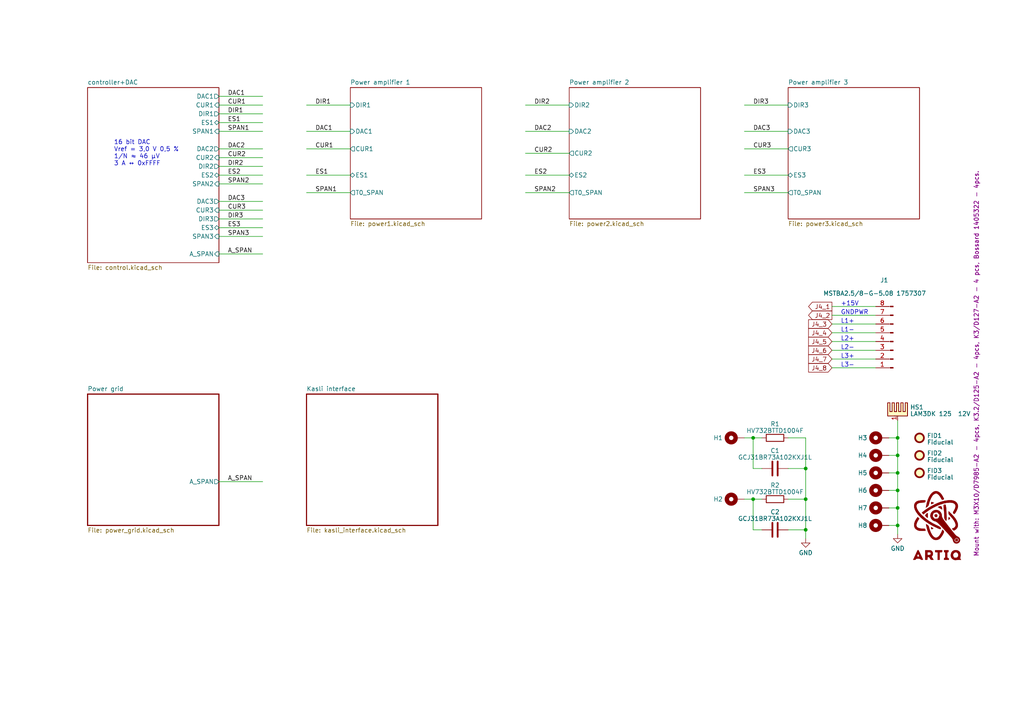
<source format=kicad_sch>
(kicad_sch (version 20230121) (generator eeschema)

  (uuid dc24e63b-ef84-47e9-9c01-a21a92ed8fec)

  (paper "A4")

  (lib_symbols
    (symbol "Connector:Conn_01x08_Pin" (pin_names (offset 1.016) hide) (in_bom yes) (on_board yes)
      (property "Reference" "J" (at 0 10.16 0)
        (effects (font (size 1.27 1.27)))
      )
      (property "Value" "Conn_01x08_Pin" (at 0 -12.7 0)
        (effects (font (size 1.27 1.27)))
      )
      (property "Footprint" "" (at 0 0 0)
        (effects (font (size 1.27 1.27)) hide)
      )
      (property "Datasheet" "~" (at 0 0 0)
        (effects (font (size 1.27 1.27)) hide)
      )
      (property "ki_locked" "" (at 0 0 0)
        (effects (font (size 1.27 1.27)))
      )
      (property "ki_keywords" "connector" (at 0 0 0)
        (effects (font (size 1.27 1.27)) hide)
      )
      (property "ki_description" "Generic connector, single row, 01x08, script generated" (at 0 0 0)
        (effects (font (size 1.27 1.27)) hide)
      )
      (property "ki_fp_filters" "Connector*:*_1x??_*" (at 0 0 0)
        (effects (font (size 1.27 1.27)) hide)
      )
      (symbol "Conn_01x08_Pin_1_1"
        (polyline
          (pts
            (xy 1.27 -10.16)
            (xy 0.8636 -10.16)
          )
          (stroke (width 0.1524) (type default))
          (fill (type none))
        )
        (polyline
          (pts
            (xy 1.27 -7.62)
            (xy 0.8636 -7.62)
          )
          (stroke (width 0.1524) (type default))
          (fill (type none))
        )
        (polyline
          (pts
            (xy 1.27 -5.08)
            (xy 0.8636 -5.08)
          )
          (stroke (width 0.1524) (type default))
          (fill (type none))
        )
        (polyline
          (pts
            (xy 1.27 -2.54)
            (xy 0.8636 -2.54)
          )
          (stroke (width 0.1524) (type default))
          (fill (type none))
        )
        (polyline
          (pts
            (xy 1.27 0)
            (xy 0.8636 0)
          )
          (stroke (width 0.1524) (type default))
          (fill (type none))
        )
        (polyline
          (pts
            (xy 1.27 2.54)
            (xy 0.8636 2.54)
          )
          (stroke (width 0.1524) (type default))
          (fill (type none))
        )
        (polyline
          (pts
            (xy 1.27 5.08)
            (xy 0.8636 5.08)
          )
          (stroke (width 0.1524) (type default))
          (fill (type none))
        )
        (polyline
          (pts
            (xy 1.27 7.62)
            (xy 0.8636 7.62)
          )
          (stroke (width 0.1524) (type default))
          (fill (type none))
        )
        (rectangle (start 0.8636 -10.033) (end 0 -10.287)
          (stroke (width 0.1524) (type default))
          (fill (type outline))
        )
        (rectangle (start 0.8636 -7.493) (end 0 -7.747)
          (stroke (width 0.1524) (type default))
          (fill (type outline))
        )
        (rectangle (start 0.8636 -4.953) (end 0 -5.207)
          (stroke (width 0.1524) (type default))
          (fill (type outline))
        )
        (rectangle (start 0.8636 -2.413) (end 0 -2.667)
          (stroke (width 0.1524) (type default))
          (fill (type outline))
        )
        (rectangle (start 0.8636 0.127) (end 0 -0.127)
          (stroke (width 0.1524) (type default))
          (fill (type outline))
        )
        (rectangle (start 0.8636 2.667) (end 0 2.413)
          (stroke (width 0.1524) (type default))
          (fill (type outline))
        )
        (rectangle (start 0.8636 5.207) (end 0 4.953)
          (stroke (width 0.1524) (type default))
          (fill (type outline))
        )
        (rectangle (start 0.8636 7.747) (end 0 7.493)
          (stroke (width 0.1524) (type default))
          (fill (type outline))
        )
        (pin passive line (at 5.08 7.62 180) (length 3.81)
          (name "Pin_1" (effects (font (size 1.27 1.27))))
          (number "1" (effects (font (size 1.27 1.27))))
        )
        (pin passive line (at 5.08 5.08 180) (length 3.81)
          (name "Pin_2" (effects (font (size 1.27 1.27))))
          (number "2" (effects (font (size 1.27 1.27))))
        )
        (pin passive line (at 5.08 2.54 180) (length 3.81)
          (name "Pin_3" (effects (font (size 1.27 1.27))))
          (number "3" (effects (font (size 1.27 1.27))))
        )
        (pin passive line (at 5.08 0 180) (length 3.81)
          (name "Pin_4" (effects (font (size 1.27 1.27))))
          (number "4" (effects (font (size 1.27 1.27))))
        )
        (pin passive line (at 5.08 -2.54 180) (length 3.81)
          (name "Pin_5" (effects (font (size 1.27 1.27))))
          (number "5" (effects (font (size 1.27 1.27))))
        )
        (pin passive line (at 5.08 -5.08 180) (length 3.81)
          (name "Pin_6" (effects (font (size 1.27 1.27))))
          (number "6" (effects (font (size 1.27 1.27))))
        )
        (pin passive line (at 5.08 -7.62 180) (length 3.81)
          (name "Pin_7" (effects (font (size 1.27 1.27))))
          (number "7" (effects (font (size 1.27 1.27))))
        )
        (pin passive line (at 5.08 -10.16 180) (length 3.81)
          (name "Pin_8" (effects (font (size 1.27 1.27))))
          (number "8" (effects (font (size 1.27 1.27))))
        )
      )
    )
    (symbol "Device:C" (pin_numbers hide) (pin_names (offset 0.254)) (in_bom yes) (on_board yes)
      (property "Reference" "C" (at 0.635 2.54 0)
        (effects (font (size 1.27 1.27)) (justify left))
      )
      (property "Value" "C" (at 0.635 -2.54 0)
        (effects (font (size 1.27 1.27)) (justify left))
      )
      (property "Footprint" "" (at 0.9652 -3.81 0)
        (effects (font (size 1.27 1.27)) hide)
      )
      (property "Datasheet" "~" (at 0 0 0)
        (effects (font (size 1.27 1.27)) hide)
      )
      (property "ki_keywords" "cap capacitor" (at 0 0 0)
        (effects (font (size 1.27 1.27)) hide)
      )
      (property "ki_description" "Unpolarized capacitor" (at 0 0 0)
        (effects (font (size 1.27 1.27)) hide)
      )
      (property "ki_fp_filters" "C_*" (at 0 0 0)
        (effects (font (size 1.27 1.27)) hide)
      )
      (symbol "C_0_1"
        (polyline
          (pts
            (xy -2.032 -0.762)
            (xy 2.032 -0.762)
          )
          (stroke (width 0.508) (type default))
          (fill (type none))
        )
        (polyline
          (pts
            (xy -2.032 0.762)
            (xy 2.032 0.762)
          )
          (stroke (width 0.508) (type default))
          (fill (type none))
        )
      )
      (symbol "C_1_1"
        (pin passive line (at 0 3.81 270) (length 2.794)
          (name "~" (effects (font (size 1.27 1.27))))
          (number "1" (effects (font (size 1.27 1.27))))
        )
        (pin passive line (at 0 -3.81 90) (length 2.794)
          (name "~" (effects (font (size 1.27 1.27))))
          (number "2" (effects (font (size 1.27 1.27))))
        )
      )
    )
    (symbol "Device:R" (pin_numbers hide) (pin_names (offset 0)) (in_bom yes) (on_board yes)
      (property "Reference" "R" (at 2.032 0 90)
        (effects (font (size 1.27 1.27)))
      )
      (property "Value" "R" (at 0 0 90)
        (effects (font (size 1.27 1.27)))
      )
      (property "Footprint" "" (at -1.778 0 90)
        (effects (font (size 1.27 1.27)) hide)
      )
      (property "Datasheet" "~" (at 0 0 0)
        (effects (font (size 1.27 1.27)) hide)
      )
      (property "ki_keywords" "R res resistor" (at 0 0 0)
        (effects (font (size 1.27 1.27)) hide)
      )
      (property "ki_description" "Resistor" (at 0 0 0)
        (effects (font (size 1.27 1.27)) hide)
      )
      (property "ki_fp_filters" "R_*" (at 0 0 0)
        (effects (font (size 1.27 1.27)) hide)
      )
      (symbol "R_0_1"
        (rectangle (start -1.016 -2.54) (end 1.016 2.54)
          (stroke (width 0.254) (type default))
          (fill (type none))
        )
      )
      (symbol "R_1_1"
        (pin passive line (at 0 3.81 270) (length 1.27)
          (name "~" (effects (font (size 1.27 1.27))))
          (number "1" (effects (font (size 1.27 1.27))))
        )
        (pin passive line (at 0 -3.81 90) (length 1.27)
          (name "~" (effects (font (size 1.27 1.27))))
          (number "2" (effects (font (size 1.27 1.27))))
        )
      )
    )
    (symbol "Mechanical:Fiducial" (in_bom yes) (on_board yes)
      (property "Reference" "FID" (at 0 5.08 0)
        (effects (font (size 1.27 1.27)))
      )
      (property "Value" "Fiducial" (at 0 3.175 0)
        (effects (font (size 1.27 1.27)))
      )
      (property "Footprint" "" (at 0 0 0)
        (effects (font (size 1.27 1.27)) hide)
      )
      (property "Datasheet" "~" (at 0 0 0)
        (effects (font (size 1.27 1.27)) hide)
      )
      (property "ki_keywords" "fiducial marker" (at 0 0 0)
        (effects (font (size 1.27 1.27)) hide)
      )
      (property "ki_description" "Fiducial Marker" (at 0 0 0)
        (effects (font (size 1.27 1.27)) hide)
      )
      (property "ki_fp_filters" "Fiducial*" (at 0 0 0)
        (effects (font (size 1.27 1.27)) hide)
      )
      (symbol "Fiducial_0_1"
        (circle (center 0 0) (radius 1.27)
          (stroke (width 0.508) (type default))
          (fill (type background))
        )
      )
    )
    (symbol "Mechanical:Heatsink_Pad" (pin_names (offset 0)) (in_bom yes) (on_board yes)
      (property "Reference" "HS" (at 0 5.715 0)
        (effects (font (size 1.27 1.27)))
      )
      (property "Value" "Heatsink_Pad" (at 0 3.81 0)
        (effects (font (size 1.27 1.27)))
      )
      (property "Footprint" "" (at 0.3048 -1.27 0)
        (effects (font (size 1.27 1.27)) hide)
      )
      (property "Datasheet" "~" (at 0.3048 -1.27 0)
        (effects (font (size 1.27 1.27)) hide)
      )
      (property "ki_keywords" "thermal heat temperature" (at 0 0 0)
        (effects (font (size 1.27 1.27)) hide)
      )
      (property "ki_description" "Heatsink with electrical connection, 1 pin" (at 0 0 0)
        (effects (font (size 1.27 1.27)) hide)
      )
      (property "ki_fp_filters" "Heatsink_*" (at 0 0 0)
        (effects (font (size 1.27 1.27)) hide)
      )
      (symbol "Heatsink_Pad_0_1"
        (polyline
          (pts
            (xy -0.3302 0)
            (xy -0.9652 0)
            (xy -0.9652 2.54)
            (xy -1.6002 2.54)
            (xy -1.6002 0)
            (xy -2.2352 0)
            (xy -2.2352 2.54)
            (xy -2.8702 2.54)
            (xy -2.8702 -1.27)
            (xy -0.9652 -1.27)
          )
          (stroke (width 0.254) (type default))
          (fill (type background))
        )
        (polyline
          (pts
            (xy -0.3302 0)
            (xy -0.3302 2.54)
            (xy 0.3048 2.54)
            (xy 0.3048 0)
            (xy 0.9398 0)
            (xy 0.9398 2.54)
            (xy 1.5748 2.54)
            (xy 1.5748 0)
            (xy 2.2098 0)
            (xy 2.2098 2.54)
            (xy 2.8448 2.54)
            (xy 2.8448 -1.27)
            (xy -0.9652 -1.27)
          )
          (stroke (width 0.254) (type default))
          (fill (type background))
        )
      )
      (symbol "Heatsink_Pad_1_1"
        (pin passive line (at 0 -2.54 90) (length 1.27)
          (name "~" (effects (font (size 1.27 1.27))))
          (number "1" (effects (font (size 1.27 1.27))))
        )
      )
    )
    (symbol "Mechanical:MountingHole_Pad" (pin_numbers hide) (pin_names (offset 1.016) hide) (in_bom yes) (on_board yes)
      (property "Reference" "H" (at 0 6.35 0)
        (effects (font (size 1.27 1.27)))
      )
      (property "Value" "MountingHole_Pad" (at 0 4.445 0)
        (effects (font (size 1.27 1.27)))
      )
      (property "Footprint" "" (at 0 0 0)
        (effects (font (size 1.27 1.27)) hide)
      )
      (property "Datasheet" "~" (at 0 0 0)
        (effects (font (size 1.27 1.27)) hide)
      )
      (property "ki_keywords" "mounting hole" (at 0 0 0)
        (effects (font (size 1.27 1.27)) hide)
      )
      (property "ki_description" "Mounting Hole with connection" (at 0 0 0)
        (effects (font (size 1.27 1.27)) hide)
      )
      (property "ki_fp_filters" "MountingHole*Pad*" (at 0 0 0)
        (effects (font (size 1.27 1.27)) hide)
      )
      (symbol "MountingHole_Pad_0_1"
        (circle (center 0 1.27) (radius 1.27)
          (stroke (width 1.27) (type default))
          (fill (type none))
        )
      )
      (symbol "MountingHole_Pad_1_1"
        (pin input line (at 0 -2.54 90) (length 2.54)
          (name "1" (effects (font (size 1.27 1.27))))
          (number "1" (effects (font (size 1.27 1.27))))
        )
      )
    )
    (symbol "ff:ARTIQ_LOGO" (pin_names (offset 1.016)) (in_bom no) (on_board yes)
      (property "Reference" "#G" (at 0 9.3403 0)
        (effects (font (size 1.27 1.27)) hide)
      )
      (property "Value" "LOGO" (at 0 -9.3403 0)
        (effects (font (size 1.27 1.27)) hide)
      )
      (property "Footprint" "ff_lib_7:artiq" (at 0 0 0)
        (effects (font (size 1.27 1.27)) hide)
      )
      (property "Datasheet" "" (at 0 0 0)
        (effects (font (size 1.27 1.27)) hide)
      )
      (property "Sim.Enable" "0" (at 0 0 0)
        (effects (font (size 1.27 1.27)) hide)
      )
      (symbol "ARTIQ_LOGO_0_0"
        (polyline
          (pts
            (xy 3.556 1.8096)
            (xy 3.5985 1.8376)
            (xy 3.752 1.9622)
            (xy 3.7598 2.0718)
            (xy 3.6341 2.2325)
            (xy 3.5513 2.3168)
            (xy 3.4181 2.3893)
            (xy 3.3465 2.2961)
            (xy 3.3251 2.0298)
            (xy 3.3251 1.6583)
            (xy 3.556 1.8096)
          )
          (stroke (width 0.01) (type default))
          (fill (type outline))
        )
        (polyline
          (pts
            (xy -1.4433 -1.0536)
            (xy -1.2421 -0.9849)
            (xy -1.116 -0.8989)
            (xy -1.1644 -0.7994)
            (xy -1.3833 -0.6589)
            (xy -1.5721 -0.5609)
            (xy -1.7175 -0.5317)
            (xy -1.7514 -0.6401)
            (xy -1.696 -0.9032)
            (xy -1.692 -0.9174)
            (xy -1.607 -1.0592)
            (xy -1.4433 -1.0536)
          )
          (stroke (width 0.01) (type default))
          (fill (type outline))
        )
        (polyline
          (pts
            (xy -1.5021 6.2259)
            (xy -1.203 6.367)
            (xy -0.8819 6.5379)
            (xy -1.2402 6.6876)
            (xy -1.3307 6.724)
            (xy -1.5338 6.7934)
            (xy -1.6296 6.8063)
            (xy -1.6312 6.8044)
            (xy -1.6702 6.6927)
            (xy -1.7193 6.4818)
            (xy -1.7371 6.2924)
            (xy -1.6733 6.1995)
            (xy -1.5021 6.2259)
          )
          (stroke (width 0.01) (type default))
          (fill (type outline))
        )
        (polyline
          (pts
            (xy 5.895 -4.5645)
            (xy 6.0499 -4.3845)
            (xy 6.061 -4.1216)
            (xy 6.0156 -4.0066)
            (xy 5.8463 -3.8468)
            (xy 5.6303 -3.8118)
            (xy 5.4283 -3.9019)
            (xy 5.3008 -4.1176)
            (xy 5.2895 -4.2854)
            (xy 5.3581 -4.4809)
            (xy 5.4632 -4.5606)
            (xy 5.6804 -4.6182)
            (xy 5.895 -4.5645)
          )
          (stroke (width 0.01) (type default))
          (fill (type outline))
        )
        (polyline
          (pts
            (xy 1.4624 4.6797)
            (xy 1.4543 4.8312)
            (xy 1.4216 5.0756)
            (xy 1.3579 5.3241)
            (xy 1.2024 5.5355)
            (xy 0.9575 5.5896)
            (xy 0.6097 5.4936)
            (xy 0.251 5.3437)
            (xy 0.8413 4.9886)
            (xy 0.8927 4.9579)
            (xy 1.1705 4.7976)
            (xy 1.3724 4.691)
            (xy 1.4578 4.6597)
            (xy 1.4624 4.6797)
          )
          (stroke (width 0.01) (type default))
          (fill (type outline))
        )
        (polyline
          (pts
            (xy -0.0863 2.497)
            (xy -0.0006 2.5603)
            (xy 0.0983 2.7584)
            (xy 0.076 2.9792)
            (xy -0.0515 3.1587)
            (xy -0.2685 3.2327)
            (xy -0.3544 3.2277)
            (xy -0.6018 3.1348)
            (xy -0.7259 2.9595)
            (xy -0.7091 2.7477)
            (xy -0.5336 2.5452)
            (xy -0.4903 2.5148)
            (xy -0.344 2.4232)
            (xy -0.2404 2.4206)
            (xy -0.0863 2.497)
          )
          (stroke (width 0.01) (type default))
          (fill (type outline))
        )
        (polyline
          (pts
            (xy -2.7413 2.2201)
            (xy -2.7094 2.3336)
            (xy -2.687 2.5784)
            (xy -2.6785 2.9094)
            (xy -2.6788 2.9742)
            (xy -2.6906 3.293)
            (xy -2.716 3.5173)
            (xy -2.7503 3.6022)
            (xy -2.8309 3.5711)
            (xy -3.0058 3.4365)
            (xy -3.1982 3.2458)
            (xy -3.3535 3.0548)
            (xy -3.4174 2.9193)
            (xy -3.4071 2.8735)
            (xy -3.301 2.7004)
            (xy -3.1172 2.4989)
            (xy -3.0321 2.4216)
            (xy -2.8516 2.2754)
            (xy -2.7478 2.2171)
            (xy -2.7413 2.2201)
          )
          (stroke (width 0.01) (type default))
          (fill (type outline))
        )
        (polyline
          (pts
            (xy 0.7389 -8.8669)
            (xy 0.7389 -7.7586)
            (xy 1.1084 -7.7586)
            (xy 1.1877 -7.7581)
            (xy 1.3842 -7.7381)
            (xy 1.4633 -7.6592)
            (xy 1.4778 -7.4815)
            (xy 1.4778 -7.2044)
            (xy 0.4618 -7.2044)
            (xy -0.5542 -7.2044)
            (xy -0.5542 -7.4815)
            (xy -0.5536 -7.541)
            (xy -0.5269 -7.6883)
            (xy -0.4216 -7.7476)
            (xy -0.1847 -7.7586)
            (xy 0.1848 -7.7586)
            (xy 0.1848 -8.8669)
            (xy 0.1848 -9.9753)
            (xy 0.4618 -9.9753)
            (xy 0.7389 -9.9753)
            (xy 0.7389 -8.8669)
          )
          (stroke (width 0.01) (type default))
          (fill (type outline))
        )
        (polyline
          (pts
            (xy 2.7116 1.4477)
            (xy 2.7301 1.518)
            (xy 2.7503 1.7614)
            (xy 2.7586 2.1338)
            (xy 2.7562 2.6009)
            (xy 2.7441 3.1284)
            (xy 2.7236 3.682)
            (xy 2.6958 4.2274)
            (xy 2.6617 4.7302)
            (xy 2.6225 5.1562)
            (xy 2.5794 5.4709)
            (xy 2.552 5.6207)
            (xy 2.495 5.8852)
            (xy 2.4369 6.0183)
            (xy 2.3549 6.0566)
            (xy 2.2265 6.0363)
            (xy 2.0517 5.9835)
            (xy 1.9138 5.915)
            (xy 1.9093 5.9081)
            (xy 1.8965 5.7696)
            (xy 1.9057 5.4906)
            (xy 1.935 5.1076)
            (xy 1.9822 4.6569)
            (xy 2.0323 4.1815)
            (xy 2.0794 3.6206)
            (xy 2.1115 3.1022)
            (xy 2.1235 2.6967)
            (xy 2.1244 2.5219)
            (xy 2.137 2.1886)
            (xy 2.1746 1.9629)
            (xy 2.2501 1.7898)
            (xy 2.3762 1.6141)
            (xy 2.394 1.592)
            (xy 2.5495 1.4172)
            (xy 2.6429 1.3753)
            (xy 2.7116 1.4477)
          )
          (stroke (width 0.01) (type default))
          (fill (type outline))
        )
        (polyline
          (pts
            (xy -3.9878 -1.5657)
            (xy -3.6446 -1.5484)
            (xy -3.4112 -1.52)
            (xy -3.3251 -1.4839)
            (xy -3.3478 -1.3667)
            (xy -3.4151 -1.1606)
            (xy -3.4517 -1.0747)
            (xy -3.5216 -0.9904)
            (xy -3.6487 -0.9452)
            (xy -3.8755 -0.927)
            (xy -4.2445 -0.9237)
            (xy -4.7209 -0.9019)
            (xy -5.2805 -0.793)
            (xy -5.6815 -0.5931)
            (xy -5.9229 -0.3027)
            (xy -6.0036 0.0775)
            (xy -6.0014 0.1454)
            (xy -5.9158 0.5745)
            (xy -5.7227 1.061)
            (xy -5.4443 1.546)
            (xy -5.1592 1.9684)
            (xy -5.3873 2.1966)
            (xy -5.6155 2.4247)
            (xy -5.9468 1.9743)
            (xy -5.9854 1.921)
            (xy -6.3676 1.2684)
            (xy -6.5852 0.619)
            (xy -6.6309 -0.0061)
            (xy -6.6032 -0.2374)
            (xy -6.4465 -0.7028)
            (xy -6.1477 -1.0651)
            (xy -5.6895 -1.3491)
            (xy -5.5943 -1.3919)
            (xy -5.3463 -1.482)
            (xy -5.0801 -1.5359)
            (xy -4.7405 -1.5621)
            (xy -4.2718 -1.5693)
            (xy -3.9878 -1.5657)
          )
          (stroke (width 0.01) (type default))
          (fill (type outline))
        )
        (polyline
          (pts
            (xy 4.9271 -1.4126)
            (xy 5.0873 -1.3855)
            (xy 5.1435 -1.3628)
            (xy 5.3116 -1.2457)
            (xy 5.5295 -1.0623)
            (xy 5.7746 -0.7999)
            (xy 5.9984 -0.3769)
            (xy 6.0598 0.1066)
            (xy 5.9647 0.6736)
            (xy 5.9215 0.8187)
            (xy 5.6861 1.3974)
            (xy 5.3422 1.9738)
            (xy 4.871 2.5761)
            (xy 4.2535 3.2327)
            (xy 3.3713 4.1102)
            (xy 3.3426 3.7117)
            (xy 3.3367 3.5204)
            (xy 3.3668 3.3608)
            (xy 3.4565 3.1964)
            (xy 3.6291 2.9847)
            (xy 3.9079 2.6836)
            (xy 3.9294 2.6607)
            (xy 4.4952 2.0061)
            (xy 4.9315 1.39)
            (xy 5.2311 0.8263)
            (xy 5.3865 0.3288)
            (xy 5.3902 -0.0885)
            (xy 5.2922 -0.3179)
            (xy 5.0924 -0.5661)
            (xy 4.8514 -0.7557)
            (xy 4.6265 -0.8313)
            (xy 4.6081 -0.8315)
            (xy 4.435 -0.8719)
            (xy 4.4172 -0.9929)
            (xy 4.5521 -1.2081)
            (xy 4.5792 -1.2409)
            (xy 4.7466 -1.3885)
            (xy 4.8798 -1.4267)
            (xy 4.9271 -1.4126)
          )
          (stroke (width 0.01) (type default))
          (fill (type outline))
        )
        (polyline
          (pts
            (xy 3.4005 -9.7213)
            (xy 3.3357 -9.5264)
            (xy 3.1635 -9.4378)
            (xy 3.0713 -9.416)
            (xy 3.0073 -9.3557)
            (xy 2.9726 -9.2215)
            (xy 2.9584 -8.9763)
            (xy 2.9557 -8.5834)
            (xy 2.9574 -8.2646)
            (xy 2.9687 -7.9903)
            (xy 2.9978 -7.838)
            (xy 3.0523 -7.7726)
            (xy 3.1404 -7.7586)
            (xy 3.1881 -7.7557)
            (xy 3.2961 -7.6843)
            (xy 3.3251 -7.4815)
            (xy 3.3251 -7.2044)
            (xy 2.6786 -7.2044)
            (xy 2.032 -7.2044)
            (xy 2.032 -7.4815)
            (xy 2.0339 -7.553)
            (xy 2.0815 -7.715)
            (xy 2.2168 -7.7586)
            (xy 2.2896 -7.7666)
            (xy 2.3503 -7.8184)
            (xy 2.3839 -7.9495)
            (xy 2.3984 -8.1949)
            (xy 2.4015 -8.5898)
            (xy 2.3997 -8.9176)
            (xy 2.3882 -9.1906)
            (xy 2.3591 -9.3421)
            (xy 2.3045 -9.4072)
            (xy 2.2168 -9.4211)
            (xy 2.1691 -9.424)
            (xy 2.0611 -9.4954)
            (xy 2.032 -9.6982)
            (xy 2.032 -9.9753)
            (xy 2.7309 -9.9753)
            (xy 3.4297 -9.9753)
            (xy 3.4005 -9.7213)
          )
          (stroke (width 0.01) (type default))
          (fill (type outline))
        )
        (polyline
          (pts
            (xy -6.4184 -9.9698)
            (xy -6.2395 -9.9176)
            (xy -6.1616 -9.7906)
            (xy -6.1274 -9.7085)
            (xy -6.0341 -9.643)
            (xy -5.8449 -9.613)
            (xy -5.5155 -9.6058)
            (xy -5.3065 -9.6085)
            (xy -5.0462 -9.6318)
            (xy -4.891 -9.6905)
            (xy -4.7901 -9.7981)
            (xy -4.7885 -9.8006)
            (xy -4.6244 -9.941)
            (xy -4.3692 -9.9597)
            (xy -4.0759 -9.9291)
            (xy -4.7291 -8.5206)
            (xy -4.8967 -8.1669)
            (xy -5.1066 -7.7469)
            (xy -5.2864 -7.4126)
            (xy -5.4211 -7.1918)
            (xy -5.4956 -7.112)
            (xy -5.5802 -7.1792)
            (xy -5.7107 -7.3751)
            (xy -5.8525 -7.6547)
            (xy -5.9217 -7.8081)
            (xy -6.0978 -8.1945)
            (xy -6.3039 -8.6435)
            (xy -6.4474 -8.954)
            (xy -5.7978 -8.954)
            (xy -5.7759 -8.7861)
            (xy -5.6379 -8.4975)
            (xy -5.4646 -8.1742)
            (xy -5.3646 -8.4344)
            (xy -5.2745 -8.6512)
            (xy -5.169 -8.8731)
            (xy -5.1539 -8.9022)
            (xy -5.1289 -9.0012)
            (xy -5.2139 -9.043)
            (xy -5.4462 -9.0517)
            (xy -5.45 -9.0517)
            (xy -5.6927 -9.0322)
            (xy -5.7978 -8.954)
            (xy -6.4474 -8.954)
            (xy -6.5086 -9.0863)
            (xy -6.9212 -9.9753)
            (xy -6.5655 -9.9753)
            (xy -6.4184 -9.9698)
          )
          (stroke (width 0.01) (type default))
          (fill (type outline))
        )
        (polyline
          (pts
            (xy -2.9503 -9.9727)
            (xy -2.8246 -9.936)
            (xy -2.7778 -9.815)
            (xy -2.7709 -9.5597)
            (xy -2.7696 -9.4222)
            (xy -2.7473 -9.2344)
            (xy -2.6732 -9.1583)
            (xy -2.5167 -9.144)
            (xy -2.3417 -9.1765)
            (xy -2.199 -9.3014)
            (xy -2.0421 -9.5597)
            (xy -1.9417 -9.7412)
            (xy -1.8169 -9.8999)
            (xy -1.6643 -9.9636)
            (xy -1.4196 -9.9753)
            (xy -1.0177 -9.9753)
            (xy -1.3013 -9.5143)
            (xy -1.5849 -9.0534)
            (xy -1.3928 -8.8092)
            (xy -1.2655 -8.589)
            (xy -1.1894 -8.199)
            (xy -1.259 -7.8067)
            (xy -1.4707 -7.4744)
            (xy -1.6041 -7.3502)
            (xy -1.7377 -7.269)
            (xy -1.9129 -7.2254)
            (xy -2.1775 -7.2077)
            (xy -2.5791 -7.2044)
            (xy -3.4174 -7.2044)
            (xy -3.4174 -8.5898)
            (xy -2.7709 -8.5898)
            (xy -2.7709 -8.1742)
            (xy -2.7709 -7.7586)
            (xy -2.3523 -7.7586)
            (xy -2.0878 -7.773)
            (xy -1.9373 -7.8342)
            (xy -1.8564 -7.9664)
            (xy -1.8333 -8.0416)
            (xy -1.8357 -8.3186)
            (xy -1.9791 -8.5192)
            (xy -1.9953 -8.5282)
            (xy -2.1709 -8.5705)
            (xy -2.4245 -8.5884)
            (xy -2.7709 -8.5898)
            (xy -3.4174 -8.5898)
            (xy -3.4174 -9.9753)
            (xy -3.0942 -9.9753)
            (xy -2.9503 -9.9727)
          )
          (stroke (width 0.01) (type default))
          (fill (type outline))
        )
        (polyline
          (pts
            (xy -2.8612 5.4156)
            (xy -2.7593 5.4873)
            (xy -2.5251 5.7277)
            (xy -2.3955 6.0388)
            (xy -2.3858 6.0763)
            (xy -2.2914 6.4396)
            (xy -2.2008 6.7887)
            (xy -2.173 6.8885)
            (xy -2.0064 7.3553)
            (xy -1.7821 7.8564)
            (xy -1.5344 8.3207)
            (xy -1.2971 8.677)
            (xy -1.1108 8.8796)
            (xy -0.7729 9.1336)
            (xy -0.4291 9.2783)
            (xy -0.1284 9.2882)
            (xy -0.1049 9.2818)
            (xy 0.1972 9.1207)
            (xy 0.5259 8.828)
            (xy 0.8449 8.4412)
            (xy 1.118 7.998)
            (xy 1.2027 7.8358)
            (xy 1.3374 7.6005)
            (xy 1.4407 7.485)
            (xy 1.5477 7.4585)
            (xy 1.6932 7.4902)
            (xy 1.896 7.5567)
            (xy 2.0046 7.6079)
            (xy 2.0025 7.6736)
            (xy 1.9282 7.8673)
            (xy 1.7923 8.1447)
            (xy 1.6163 8.4649)
            (xy 1.422 8.7871)
            (xy 1.2311 9.0701)
            (xy 1.2225 9.0818)
            (xy 0.8588 9.464)
            (xy 0.4229 9.7528)
            (xy -0.0365 9.9228)
            (xy -0.4705 9.9488)
            (xy -0.5448 9.9369)
            (xy -1.0399 9.7528)
            (xy -1.5069 9.3982)
            (xy -1.9388 8.8848)
            (xy -2.3286 8.224)
            (xy -2.6694 7.4274)
            (xy -2.9542 6.5065)
            (xy -3.1761 5.4728)
            (xy -3.228 5.1728)
            (xy -2.8612 5.4156)
          )
          (stroke (width 0.01) (type default))
          (fill (type outline))
        )
        (polyline
          (pts
            (xy 5.5418 -10.0211)
            (xy 5.682 -10.0049)
            (xy 6.0725 -9.9794)
            (xy 6.457 -9.975)
            (xy 6.9565 -9.9875)
            (xy 6.7938 -9.7391)
            (xy 6.752 -9.6719)
            (xy 6.6816 -9.4703)
            (xy 6.733 -9.2668)
            (xy 6.7656 -9.1696)
            (xy 6.8152 -8.8877)
            (xy 6.8346 -8.5624)
            (xy 6.8088 -8.2434)
            (xy 6.65 -7.7871)
            (xy 6.3537 -7.4502)
            (xy 5.9284 -7.2408)
            (xy 5.3826 -7.1672)
            (xy 5.197 -7.1764)
            (xy 4.7285 -7.3092)
            (xy 4.3616 -7.5873)
            (xy 4.1124 -7.9951)
            (xy 3.997 -8.5167)
            (xy 3.9964 -8.5411)
            (xy 4.6182 -8.5411)
            (xy 4.6881 -8.2915)
            (xy 4.8843 -8.0321)
            (xy 5.1503 -7.8361)
            (xy 5.4289 -7.7586)
            (xy 5.6606 -7.7974)
            (xy 5.9338 -7.9708)
            (xy 6.1172 -8.2422)
            (xy 6.1942 -8.5667)
            (xy 6.1479 -8.8991)
            (xy 5.9617 -9.1944)
            (xy 5.7194 -9.3495)
            (xy 5.3642 -9.4206)
            (xy 5.0088 -9.3593)
            (xy 4.9198 -9.2933)
            (xy 4.7757 -9.0821)
            (xy 4.6635 -8.8068)
            (xy 4.6182 -8.5411)
            (xy 3.9964 -8.5411)
            (xy 3.9912 -8.7355)
            (xy 4.0784 -9.2055)
            (xy 4.3178 -9.5771)
            (xy 4.7174 -9.8658)
            (xy 4.9279 -9.9649)
            (xy 5.2168 -10.0371)
            (xy 5.5418 -10.0211)
          )
          (stroke (width 0.01) (type default))
          (fill (type outline))
        )
        (polyline
          (pts
            (xy -3.3809 3.6855)
            (xy -3.2013 3.8254)
            (xy -2.2354 4.5049)
            (xy -1.2141 5.1122)
            (xy -0.1659 5.6354)
            (xy 0.8805 6.0625)
            (xy 1.8967 6.3815)
            (xy 2.8539 6.5807)
            (xy 3.7237 6.6481)
            (xy 4.3192 6.6018)
            (xy 4.8187 6.4537)
            (xy 5.1627 6.2078)
            (xy 5.3487 5.8686)
            (xy 5.3745 5.4403)
            (xy 5.238 4.9271)
            (xy 4.9368 4.3334)
            (xy 4.7891 4.0863)
            (xy 4.6691 3.8533)
            (xy 4.6371 3.6999)
            (xy 4.6869 3.5819)
            (xy 4.8121 3.4553)
            (xy 4.8687 3.4049)
            (xy 4.9802 3.3368)
            (xy 5.0797 3.3822)
            (xy 5.2308 3.5565)
            (xy 5.3305 3.6899)
            (xy 5.5768 4.0998)
            (xy 5.8011 4.5717)
            (xy 5.9725 5.0366)
            (xy 6.0604 5.4253)
            (xy 6.063 5.7268)
            (xy 5.9335 6.2128)
            (xy 5.6529 6.6392)
            (xy 5.2419 6.9784)
            (xy 4.7214 7.2029)
            (xy 4.1808 7.2931)
            (xy 3.4826 7.2989)
            (xy 2.692 7.2149)
            (xy 1.8422 7.0447)
            (xy 0.9668 6.7921)
            (xy 0.1526 6.4804)
            (xy -0.7453 6.066)
            (xy -1.6667 5.5805)
            (xy -2.5607 5.0523)
            (xy -3.3766 4.5098)
            (xy -4.0635 3.9814)
            (xy -4.3864 3.7085)
            (xy -4.1655 3.4734)
            (xy -3.9446 3.2383)
            (xy -3.3809 3.6855)
          )
          (stroke (width 0.01) (type default))
          (fill (type outline))
        )
        (polyline
          (pts
            (xy 0.1519 -4.1628)
            (xy 0.6322 -3.946)
            (xy 0.7909 -3.8205)
            (xy 1.0989 -3.4926)
            (xy 1.4111 -3.0732)
            (xy 1.6902 -2.6149)
            (xy 1.8986 -2.17)
            (xy 1.9769 -1.9573)
            (xy 2.0119 -1.788)
            (xy 1.9698 -1.666)
            (xy 1.8448 -1.5213)
            (xy 1.6582 -1.3502)
            (xy 1.5239 -1.3022)
            (xy 1.4778 -1.4112)
            (xy 1.4288 -1.6097)
            (xy 1.2987 -1.9105)
            (xy 1.1146 -2.2646)
            (xy 0.9032 -2.6235)
            (xy 0.6914 -2.9388)
            (xy 0.5062 -3.1619)
            (xy 0.4271 -3.2364)
            (xy 0.0346 -3.4977)
            (xy -0.3525 -3.5751)
            (xy -0.7327 -3.4695)
            (xy -1.1044 -3.1817)
            (xy -1.4661 -2.7123)
            (xy -1.816 -2.0622)
            (xy -1.983 -1.6631)
            (xy -2.1552 -1.1784)
            (xy -2.2802 -0.7465)
            (xy -2.3728 -0.3975)
            (xy -2.468 -0.166)
            (xy -2.5952 -0.0062)
            (xy -2.7866 0.138)
            (xy -2.8909 0.2059)
            (xy -3.0816 0.3231)
            (xy -3.1745 0.3694)
            (xy -3.1759 0.3691)
            (xy -3.1764 0.2782)
            (xy -3.1377 0.0524)
            (xy -3.0695 -0.2672)
            (xy -2.9815 -0.6396)
            (xy -2.8832 -1.0239)
            (xy -2.7844 -1.3793)
            (xy -2.6947 -1.6646)
            (xy -2.6151 -1.8843)
            (xy -2.2701 -2.6538)
            (xy -1.8734 -3.2871)
            (xy -1.4361 -3.7683)
            (xy -0.9698 -4.0816)
            (xy -0.8701 -4.1238)
            (xy -0.3669 -4.2236)
            (xy 0.1519 -4.1628)
          )
          (stroke (width 0.01) (type default))
          (fill (type outline))
        )
        (polyline
          (pts
            (xy 1.0517 -0.9957)
            (xy 1.0891 -0.8669)
            (xy 1.0834 -0.7598)
            (xy 0.9353 -0.5305)
            (xy 0.6046 -0.2918)
            (xy 0.0924 -0.0445)
            (xy -0.4076 0.1773)
            (xy -1.3104 0.643)
            (xy -2.1839 1.1733)
            (xy -3.0102 1.7522)
            (xy -3.7713 2.3636)
            (xy -4.449 2.9915)
            (xy -5.0254 3.6199)
            (xy -5.4825 4.2328)
            (xy -5.8023 4.814)
            (xy -5.9666 5.3475)
            (xy -5.9874 5.5286)
            (xy -5.9514 5.9216)
            (xy -5.78 6.2212)
            (xy -5.4636 6.4348)
            (xy -4.9926 6.5701)
            (xy -4.3576 6.6347)
            (xy -3.9648 6.6548)
            (xy -3.7013 6.681)
            (xy -3.5469 6.7232)
            (xy -3.4629 6.7921)
            (xy -3.4108 6.8984)
            (xy -3.3609 7.0392)
            (xy -3.3427 7.1699)
            (xy -3.4032 7.2484)
            (xy -3.5687 7.2857)
            (xy -3.8658 7.2932)
            (xy -4.3211 7.2818)
            (xy -4.8006 7.2532)
            (xy -5.3902 7.1591)
            (xy -5.8444 6.9947)
            (xy -6.1881 6.7496)
            (xy -6.4461 6.4138)
            (xy -6.5054 6.3005)
            (xy -6.6404 5.7989)
            (xy -6.6113 5.2315)
            (xy -6.4208 4.6081)
            (xy -6.0717 3.9386)
            (xy -5.5666 3.2327)
            (xy -5.5162 3.1709)
            (xy -4.6816 2.2802)
            (xy -3.6799 1.4282)
            (xy -2.5253 0.6248)
            (xy -1.2323 -0.1198)
            (xy 0.1848 -0.7956)
            (xy 0.5373 -0.9434)
            (xy 0.8066 -1.0364)
            (xy 0.9678 -1.0531)
            (xy 1.0517 -0.9957)
          )
          (stroke (width 0.01) (type default))
          (fill (type outline))
        )
        (polyline
          (pts
            (xy 6.0402 -5.1541)
            (xy 6.3617 -4.9476)
            (xy 6.5902 -4.6465)
            (xy 6.6829 -4.2745)
            (xy 6.6831 -4.2635)
            (xy 6.6087 -3.8334)
            (xy 6.3706 -3.4871)
            (xy 5.9725 -3.2299)
            (xy 5.9615 -3.225)
            (xy 5.8285 -3.1632)
            (xy 5.7067 -3.0944)
            (xy 5.5822 -3.0033)
            (xy 5.4413 -2.8743)
            (xy 5.27 -2.6921)
            (xy 5.0546 -2.4412)
            (xy 4.7812 -2.1061)
            (xy 4.436 -1.6715)
            (xy 4.0051 -1.1219)
            (xy 3.4748 -0.4418)
            (xy 3.2571 -0.1621)
            (xy 2.7489 0.495)
            (xy 2.3412 1.0313)
            (xy 2.0231 1.464)
            (xy 1.7837 1.8103)
            (xy 1.6121 2.0872)
            (xy 1.4975 2.3119)
            (xy 1.429 2.5015)
            (xy 1.3956 2.6731)
            (xy 1.3866 2.8438)
            (xy 1.3858 2.8886)
            (xy 1.2817 3.4015)
            (xy 1.0213 3.8625)
            (xy 0.6307 4.224)
            (xy 0.556 4.2706)
            (xy 0.08 4.456)
            (xy -0.4079 4.4826)
            (xy -0.8766 4.3673)
            (xy -1.2952 4.127)
            (xy -1.6325 3.7786)
            (xy -1.8577 3.339)
            (xy -1.9396 2.825)
            (xy -1.9291 2.7229)
            (xy -1.2763 2.7229)
            (xy -1.249 2.9374)
            (xy -1.1482 3.2554)
            (xy -1.096 3.4019)
            (xy -0.9964 3.5941)
            (xy -0.8566 3.6889)
            (xy -0.6172 3.7404)
            (xy -0.5377 3.7531)
            (xy -0.2642 3.8022)
            (xy -0.0782 3.8432)
            (xy -0.023 3.844)
            (xy 0.1668 3.7323)
            (xy 0.4206 3.4637)
            (xy 0.7667 3.0413)
            (xy 0.5963 2.54)
            (xy 0.5819 2.4981)
            (xy 0.4639 2.2117)
            (xy 0.3441 2.0578)
            (xy 0.1899 1.9923)
            (xy 0.0537 1.9657)
            (xy -0.3034 1.9027)
            (xy -0.5399 1.8881)
            (xy -0.7025 1.9311)
            (xy -0.8379 2.0412)
            (xy -0.9929 2.2274)
            (xy -1.0679 2.3227)
            (xy -1.2194 2.5414)
            (xy -1.2763 2.7229)
            (xy -1.9291 2.7229)
            (xy -1.9112 2.5485)
            (xy -1.7428 2.09)
            (xy -1.4523 1.6906)
            (xy -1.0735 1.3919)
            (xy -0.6405 1.2352)
            (xy -0.5806 1.2245)
            (xy -0.4149 1.1787)
            (xy -0.2426 1.1)
            (xy -0.0492 0.9751)
            (xy 0.1798 0.7909)
            (xy 0.4589 0.5344)
            (xy 0.8027 0.1923)
            (xy 1.2258 -0.2483)
            (xy 1.7426 -0.8007)
            (xy 2.3678 -1.4778)
            (xy 2.8125 -1.9625)
            (xy 3.3307 -2.5323)
            (xy 3.7421 -2.9929)
            (xy 4.0581 -3.3588)
            (xy 4.2906 -3.6446)
            (xy 4.4511 -3.8647)
            (xy 4.5514 -4.0337)
            (xy 4.6031 -4.1661)
            (xy 4.6179 -4.2764)
            (xy 4.6182 -4.2861)
            (xy 5.0353 -4.2861)
            (xy 5.0903 -4.0743)
            (xy 5.1503 -3.9411)
            (xy 5.3649 -3.7078)
            (xy 5.6377 -3.6128)
            (xy 5.9215 -3.6649)
            (xy 6.169 -3.8728)
            (xy 6.1926 -3.905)
            (xy 6.3031 -4.0868)
            (xy 6.3127 -4.2445)
            (xy 6.2313 -4.4732)
            (xy 6.089 -4.7129)
            (xy 5.9176 -4.8029)
            (xy 5.8159 -4.8091)
            (xy 5.6151 -4.8515)
            (xy 5.5861 -4.8559)
            (xy 5.4269 -4.7938)
            (xy 5.237 -4.6375)
            (xy 5.2266 -4.6266)
            (xy 5.0732 -4.4412)
            (xy 5.0353 -4.2861)
            (xy 4.6182 -4.2861)
            (xy 4.6191 -4.3098)
            (xy 4.7086 -4.6119)
            (xy 4.9028 -4.9109)
            (xy 5.1505 -5.1252)
            (xy 5.2888 -5.1885)
            (xy 5.6683 -5.2423)
            (xy 6.0402 -5.1541)
          )
          (stroke (width 0.01) (type default))
          (fill (type outline))
        )
      )
    )
    (symbol "power:GND" (power) (pin_names (offset 0)) (in_bom yes) (on_board yes)
      (property "Reference" "#PWR" (at 0 -6.35 0)
        (effects (font (size 1.27 1.27)) hide)
      )
      (property "Value" "GND" (at 0 -3.81 0)
        (effects (font (size 1.27 1.27)))
      )
      (property "Footprint" "" (at 0 0 0)
        (effects (font (size 1.27 1.27)) hide)
      )
      (property "Datasheet" "" (at 0 0 0)
        (effects (font (size 1.27 1.27)) hide)
      )
      (property "ki_keywords" "global power" (at 0 0 0)
        (effects (font (size 1.27 1.27)) hide)
      )
      (property "ki_description" "Power symbol creates a global label with name \"GND\" , ground" (at 0 0 0)
        (effects (font (size 1.27 1.27)) hide)
      )
      (symbol "GND_0_1"
        (polyline
          (pts
            (xy 0 0)
            (xy 0 -1.27)
            (xy 1.27 -1.27)
            (xy 0 -2.54)
            (xy -1.27 -1.27)
            (xy 0 -1.27)
          )
          (stroke (width 0) (type default))
          (fill (type none))
        )
      )
      (symbol "GND_1_1"
        (pin power_in line (at 0 0 270) (length 0) hide
          (name "GND" (effects (font (size 1.27 1.27))))
          (number "1" (effects (font (size 1.27 1.27))))
        )
      )
    )
  )

  (junction (at 218.44 127) (diameter 0) (color 0 0 0 0)
    (uuid 06f7cf88-18c0-4294-92ff-aaa54293430b)
  )
  (junction (at 260.35 142.24) (diameter 0) (color 0 0 0 0)
    (uuid 2b7f49e4-2478-4aa4-b6bd-f9286ab324e9)
  )
  (junction (at 260.35 137.16) (diameter 0) (color 0 0 0 0)
    (uuid 317b6d92-623f-4d4c-964c-484c3bd89251)
  )
  (junction (at 218.44 144.78) (diameter 0) (color 0 0 0 0)
    (uuid 4a0d0685-0752-4ee9-87f9-acf81ce09765)
  )
  (junction (at 233.68 144.78) (diameter 0) (color 0 0 0 0)
    (uuid 75384354-18bb-49b3-9c2e-c9fd2d17888a)
  )
  (junction (at 260.35 152.4) (diameter 0) (color 0 0 0 0)
    (uuid 8224f515-9b73-41da-bfed-6e1819f56711)
  )
  (junction (at 233.68 135.89) (diameter 0) (color 0 0 0 0)
    (uuid 98dd4859-2902-492c-9927-e25961410160)
  )
  (junction (at 260.35 147.32) (diameter 0) (color 0 0 0 0)
    (uuid 9e2496c9-1a49-4db8-831f-226283f80f45)
  )
  (junction (at 260.35 127) (diameter 0) (color 0 0 0 0)
    (uuid a0351273-23ee-4eab-812d-8896a49d7d63)
  )
  (junction (at 260.35 132.08) (diameter 0) (color 0 0 0 0)
    (uuid b00dd044-52cf-4a45-8da7-9b690bcfb0b6)
  )
  (junction (at 233.68 153.67) (diameter 0) (color 0 0 0 0)
    (uuid f26c6e43-213f-4952-abd2-b2c67bb82756)
  )

  (wire (pts (xy 218.44 135.89) (xy 218.44 127))
    (stroke (width 0) (type default))
    (uuid 00f42f6e-91b7-45ca-8e59-a0562d74cc3b)
  )
  (wire (pts (xy 257.81 142.24) (xy 260.35 142.24))
    (stroke (width 0) (type default))
    (uuid 06673b50-517e-48dd-a55d-a8302a93d287)
  )
  (wire (pts (xy 63.5 43.18) (xy 76.2 43.18))
    (stroke (width 0) (type default))
    (uuid 06b17f72-3740-4c9f-8780-4e4798671d13)
  )
  (wire (pts (xy 215.9 127) (xy 218.44 127))
    (stroke (width 0) (type default))
    (uuid 0ad8df1a-8e3a-4df5-b1f3-7da8386d6e8a)
  )
  (wire (pts (xy 233.68 156.21) (xy 233.68 153.67))
    (stroke (width 0) (type default))
    (uuid 0e510f93-67fe-4805-937f-73726dcdbe8b)
  )
  (wire (pts (xy 152.4 50.8) (xy 165.1 50.8))
    (stroke (width 0) (type default))
    (uuid 0e7dd3f8-6d07-4a57-b83b-ec69d08fb748)
  )
  (wire (pts (xy 63.5 53.34) (xy 76.2 53.34))
    (stroke (width 0) (type default))
    (uuid 17bcaacc-b587-48a1-a971-2c875d307554)
  )
  (wire (pts (xy 257.81 127) (xy 260.35 127))
    (stroke (width 0) (type default))
    (uuid 1a3da72d-1ff0-403c-81fb-095ad6fce925)
  )
  (wire (pts (xy 241.3 99.06) (xy 254 99.06))
    (stroke (width 0) (type default))
    (uuid 1a77ccdb-4a9f-4a51-af19-353b54182d0f)
  )
  (wire (pts (xy 260.35 142.24) (xy 260.35 147.32))
    (stroke (width 0) (type default))
    (uuid 1bc5275a-3951-452f-ba95-61ee31f9ea36)
  )
  (wire (pts (xy 152.4 44.45) (xy 165.1 44.45))
    (stroke (width 0) (type default))
    (uuid 1d78e5b1-64c8-4d4c-a15a-122ce393d0be)
  )
  (wire (pts (xy 63.5 139.7) (xy 76.2 139.7))
    (stroke (width 0) (type default))
    (uuid 1ed304bf-b590-4e1f-b5bc-3bb63ad3f7ac)
  )
  (wire (pts (xy 218.44 144.78) (xy 220.98 144.78))
    (stroke (width 0) (type default))
    (uuid 22251c1c-1b1b-445e-8c66-d2f320399465)
  )
  (wire (pts (xy 88.9 38.1) (xy 101.6 38.1))
    (stroke (width 0) (type default))
    (uuid 226cdcc8-fcb1-49ab-ad34-40164673ede7)
  )
  (wire (pts (xy 63.5 58.42) (xy 76.2 58.42))
    (stroke (width 0) (type default))
    (uuid 25a272d3-00e6-4399-982f-00f47218b986)
  )
  (wire (pts (xy 215.9 50.8) (xy 228.6 50.8))
    (stroke (width 0) (type default))
    (uuid 2b0cfb0a-e934-4d97-a72c-c9643755c534)
  )
  (wire (pts (xy 63.5 48.26) (xy 76.2 48.26))
    (stroke (width 0) (type default))
    (uuid 2ec4b70f-4e0c-4bc3-9c97-7f32d9b79e5f)
  )
  (wire (pts (xy 88.9 43.18) (xy 101.6 43.18))
    (stroke (width 0) (type default))
    (uuid 2f7545f4-ef41-48c5-b47f-108e8b423453)
  )
  (wire (pts (xy 228.6 144.78) (xy 233.68 144.78))
    (stroke (width 0) (type default))
    (uuid 2fe72187-b90c-471a-ace0-193ccf0bf984)
  )
  (wire (pts (xy 63.5 63.5) (xy 76.2 63.5))
    (stroke (width 0) (type default))
    (uuid 3170d547-871e-47fd-af8b-9c26057b015c)
  )
  (wire (pts (xy 88.9 30.48) (xy 101.6 30.48))
    (stroke (width 0) (type default))
    (uuid 3653468d-e060-455b-9963-e79d8b5a990d)
  )
  (wire (pts (xy 257.81 147.32) (xy 260.35 147.32))
    (stroke (width 0) (type default))
    (uuid 3b6513a7-df3d-4b47-854a-f144ee7d7ddd)
  )
  (wire (pts (xy 241.3 93.98) (xy 254 93.98))
    (stroke (width 0) (type default))
    (uuid 4465ed2d-7c92-4320-afb2-2239aa30eabe)
  )
  (wire (pts (xy 152.4 38.1) (xy 165.1 38.1))
    (stroke (width 0) (type default))
    (uuid 46481ee4-956c-426f-8319-5805ecdb9943)
  )
  (wire (pts (xy 63.5 35.56) (xy 76.2 35.56))
    (stroke (width 0) (type default))
    (uuid 499ce4a1-31a2-4178-83fd-6fed14768924)
  )
  (wire (pts (xy 260.35 154.94) (xy 260.35 152.4))
    (stroke (width 0) (type default))
    (uuid 51e503f7-8296-408d-b162-263b8fbed0a8)
  )
  (wire (pts (xy 63.5 45.72) (xy 76.2 45.72))
    (stroke (width 0) (type default))
    (uuid 5498c98d-1661-4c1b-87be-ff5bd9890f0e)
  )
  (wire (pts (xy 257.81 132.08) (xy 260.35 132.08))
    (stroke (width 0) (type default))
    (uuid 54fdcf64-4cab-4c6d-93d7-5ef2d513cefa)
  )
  (wire (pts (xy 215.9 43.18) (xy 228.6 43.18))
    (stroke (width 0) (type default))
    (uuid 5fa0c822-849a-4ece-b734-31f7e62b0c6e)
  )
  (wire (pts (xy 88.9 55.88) (xy 101.6 55.88))
    (stroke (width 0) (type default))
    (uuid 602ae179-e7ea-4027-ba30-38db53f64e99)
  )
  (wire (pts (xy 152.4 55.88) (xy 165.1 55.88))
    (stroke (width 0) (type default))
    (uuid 6273abe8-4f33-47e1-a2fb-dbcaaa07b20b)
  )
  (wire (pts (xy 63.5 73.66) (xy 76.2 73.66))
    (stroke (width 0) (type default))
    (uuid 712fdb12-6e40-4cf4-ab48-5eb3cbd7845e)
  )
  (wire (pts (xy 63.5 38.1) (xy 76.2 38.1))
    (stroke (width 0) (type default))
    (uuid 71ef8d6a-95f5-473f-b64f-97b8a5155ca3)
  )
  (wire (pts (xy 152.4 30.48) (xy 165.1 30.48))
    (stroke (width 0) (type default))
    (uuid 78deb3a0-523d-4de1-8856-dde35529243d)
  )
  (wire (pts (xy 233.68 135.89) (xy 233.68 144.78))
    (stroke (width 0) (type default))
    (uuid 7ce5cedd-02e5-4028-8be0-b18c68346c66)
  )
  (wire (pts (xy 63.5 50.8) (xy 76.2 50.8))
    (stroke (width 0) (type default))
    (uuid 7e43a3ad-ff2e-4ee8-b7c7-a838758509e9)
  )
  (wire (pts (xy 228.6 127) (xy 233.68 127))
    (stroke (width 0) (type default))
    (uuid 8208d22b-09e1-4324-beb0-ff927905da83)
  )
  (wire (pts (xy 233.68 153.67) (xy 228.6 153.67))
    (stroke (width 0) (type default))
    (uuid 82ec20a0-bdad-4173-8dce-816e1a545b00)
  )
  (wire (pts (xy 215.9 38.1) (xy 228.6 38.1))
    (stroke (width 0) (type default))
    (uuid 8970d700-20d9-4325-8964-93ec305c1b41)
  )
  (wire (pts (xy 233.68 127) (xy 233.68 135.89))
    (stroke (width 0) (type default))
    (uuid 906fca8a-75d8-4786-9de7-67748d340563)
  )
  (wire (pts (xy 228.6 135.89) (xy 233.68 135.89))
    (stroke (width 0) (type default))
    (uuid 96106f36-f5b6-400c-839f-45e8a230eb7f)
  )
  (wire (pts (xy 63.5 33.02) (xy 76.2 33.02))
    (stroke (width 0) (type default))
    (uuid 966105c5-8c00-4c1a-b52e-fc33adde220f)
  )
  (wire (pts (xy 220.98 153.67) (xy 218.44 153.67))
    (stroke (width 0) (type default))
    (uuid 9aacfc7f-247c-4a0c-9f80-5314514bebe7)
  )
  (wire (pts (xy 88.9 50.8) (xy 101.6 50.8))
    (stroke (width 0) (type default))
    (uuid 9dd9f5b7-beaa-436e-b352-bee1ce000f22)
  )
  (wire (pts (xy 215.9 30.48) (xy 228.6 30.48))
    (stroke (width 0) (type default))
    (uuid 9e7cf36a-5735-4455-93a3-a551536f68c2)
  )
  (wire (pts (xy 241.3 91.44) (xy 254 91.44))
    (stroke (width 0) (type default))
    (uuid 9f34e544-c331-42a5-a4b1-cfdd586f3fb3)
  )
  (wire (pts (xy 215.9 144.78) (xy 218.44 144.78))
    (stroke (width 0) (type default))
    (uuid a6d102f6-ed2a-4ec4-8ea3-807ea325881d)
  )
  (wire (pts (xy 241.3 96.52) (xy 254 96.52))
    (stroke (width 0) (type default))
    (uuid a6f4436f-49e6-4bba-adff-6156072add5f)
  )
  (wire (pts (xy 218.44 153.67) (xy 218.44 144.78))
    (stroke (width 0) (type default))
    (uuid a80e0a65-ca5e-4d07-9d41-e7b2359b5194)
  )
  (wire (pts (xy 241.3 104.14) (xy 254 104.14))
    (stroke (width 0) (type default))
    (uuid ab74c085-6dd2-4004-a69e-bd4546d941ff)
  )
  (wire (pts (xy 241.3 106.68) (xy 254 106.68))
    (stroke (width 0) (type default))
    (uuid ac00fcb8-663b-4f2d-b4d5-b6474478f3c8)
  )
  (wire (pts (xy 260.35 152.4) (xy 257.81 152.4))
    (stroke (width 0) (type default))
    (uuid aeb9ca7d-fa10-431a-bf56-c4b3f8fa703b)
  )
  (wire (pts (xy 215.9 55.88) (xy 228.6 55.88))
    (stroke (width 0) (type default))
    (uuid afc80f9d-dc6e-4352-be7b-2c2ab8c790c9)
  )
  (wire (pts (xy 218.44 127) (xy 220.98 127))
    (stroke (width 0) (type default))
    (uuid b15c42a3-717b-4e55-9bfe-c02c11bd4b38)
  )
  (wire (pts (xy 63.5 30.48) (xy 76.2 30.48))
    (stroke (width 0) (type default))
    (uuid b7c09418-f813-4124-815c-1d0a64fbe12b)
  )
  (wire (pts (xy 260.35 147.32) (xy 260.35 152.4))
    (stroke (width 0) (type default))
    (uuid b80cdd44-1e9a-4e47-a598-eace273bf4a2)
  )
  (wire (pts (xy 63.5 27.94) (xy 76.2 27.94))
    (stroke (width 0) (type default))
    (uuid c19a1d45-ba81-4faa-b929-7a9115c50b08)
  )
  (wire (pts (xy 220.98 135.89) (xy 218.44 135.89))
    (stroke (width 0) (type default))
    (uuid c4129c49-e5f5-4997-9756-ec325517e4e6)
  )
  (wire (pts (xy 260.35 121.92) (xy 260.35 127))
    (stroke (width 0) (type default))
    (uuid caf9bd29-d82a-4d97-8237-fa989a4eff0f)
  )
  (wire (pts (xy 63.5 66.04) (xy 76.2 66.04))
    (stroke (width 0) (type default))
    (uuid d592b12d-45a2-4dfb-949d-39aa9ef8f706)
  )
  (wire (pts (xy 260.35 132.08) (xy 260.35 137.16))
    (stroke (width 0) (type default))
    (uuid dac9809c-b310-45c9-9045-674569661346)
  )
  (wire (pts (xy 260.35 127) (xy 260.35 132.08))
    (stroke (width 0) (type default))
    (uuid dd55121c-0e72-4feb-a35a-2c2537606bbb)
  )
  (wire (pts (xy 241.3 101.6) (xy 254 101.6))
    (stroke (width 0) (type default))
    (uuid e559169e-cbbe-4d3b-a7d7-2c0cffc4ce94)
  )
  (wire (pts (xy 257.81 137.16) (xy 260.35 137.16))
    (stroke (width 0) (type default))
    (uuid e5d2c144-4683-43d4-a99e-9c1963263a93)
  )
  (wire (pts (xy 63.5 60.96) (xy 76.2 60.96))
    (stroke (width 0) (type default))
    (uuid e8f19f99-2b85-4e4f-a4e2-095e667d0cba)
  )
  (wire (pts (xy 241.3 88.9) (xy 254 88.9))
    (stroke (width 0) (type default))
    (uuid ee185dcd-84ce-4075-8085-c92322ccfd8b)
  )
  (wire (pts (xy 63.5 68.58) (xy 76.2 68.58))
    (stroke (width 0) (type default))
    (uuid f1528e40-a446-4d93-b4ea-21e3d00ef8fb)
  )
  (wire (pts (xy 233.68 144.78) (xy 233.68 153.67))
    (stroke (width 0) (type default))
    (uuid f15db947-2afd-43af-8943-49fb76a46865)
  )
  (wire (pts (xy 260.35 137.16) (xy 260.35 142.24))
    (stroke (width 0) (type default))
    (uuid f7eece4e-5eb9-46ff-834a-c24fbb413d56)
  )

  (text "L2-" (at 243.84 101.6 0)
    (effects (font (size 1.27 1.27)) (justify left bottom))
    (uuid 0223abb8-d5f6-4e22-a73c-88f67bf92e5e)
  )
  (text "16 bit DAC\nVref = 3,0 V 0,5 %\n1/N ≈ 46 µV\n3 A ↔ 0xFFFF"
    (at 33.02 48.26 0)
    (effects (font (size 1.27 1.27)) (justify left bottom))
    (uuid 24942255-ff30-4864-9583-47821b64a675)
  )
  (text "+15V" (at 243.84 88.9 0)
    (effects (font (size 1.27 1.27)) (justify left bottom))
    (uuid 372d2edb-b9f4-4bcc-b922-e715ee82bef1)
  )
  (text "L1-" (at 243.84 96.52 0)
    (effects (font (size 1.27 1.27)) (justify left bottom))
    (uuid 4e5568fa-a3d5-43b4-94db-638a503d8fa0)
  )
  (text "GNDPWR" (at 243.84 91.44 0)
    (effects (font (size 1.27 1.27)) (justify left bottom))
    (uuid 61d23fe9-cc65-492a-80a5-5c3c6c2ad523)
  )
  (text "L3-" (at 243.84 106.68 0)
    (effects (font (size 1.27 1.27)) (justify left bottom))
    (uuid 84d7e706-80cb-4c77-820c-2749445ade63)
  )
  (text "L3+" (at 243.84 104.14 0)
    (effects (font (size 1.27 1.27)) (justify left bottom))
    (uuid c8640292-e3c2-4b01-aa85-4288763db841)
  )
  (text "L2+" (at 243.84 99.06 0)
    (effects (font (size 1.27 1.27)) (justify left bottom))
    (uuid d65e3765-df9b-418a-97e3-cd714c50a90d)
  )
  (text "L1+" (at 243.84 93.98 0)
    (effects (font (size 1.27 1.27)) (justify left bottom))
    (uuid f90acde8-475d-4ebd-bc6a-dfd173e239a3)
  )

  (label "SPAN1" (at 91.44 55.88 0) (fields_autoplaced)
    (effects (font (size 1.27 1.27)) (justify left bottom))
    (uuid 0191825e-3d0e-4276-a00e-2cb4d54f7a02)
  )
  (label "CUR2" (at 154.94 44.45 0) (fields_autoplaced)
    (effects (font (size 1.27 1.27)) (justify left bottom))
    (uuid 033cd2f3-88d2-4eac-b8fd-2686ace5f21f)
  )
  (label "ES3" (at 218.44 50.8 0) (fields_autoplaced)
    (effects (font (size 1.27 1.27)) (justify left bottom))
    (uuid 0ef87930-fd88-4f71-a857-2bc9c355ae16)
  )
  (label "CUR1" (at 66.04 30.48 0) (fields_autoplaced)
    (effects (font (size 1.27 1.27)) (justify left bottom))
    (uuid 0f9e52d7-dd22-41dd-a59f-974f59ad3297)
  )
  (label "DIR1" (at 91.44 30.48 0) (fields_autoplaced)
    (effects (font (size 1.27 1.27)) (justify left bottom))
    (uuid 1ac6478d-a7ca-4b1f-9475-4439ed051f47)
  )
  (label "DIR2" (at 154.94 30.48 0) (fields_autoplaced)
    (effects (font (size 1.27 1.27)) (justify left bottom))
    (uuid 1deb9f98-cdcc-42ab-9fe7-84dd6edf99b6)
  )
  (label "ES2" (at 154.94 50.8 0) (fields_autoplaced)
    (effects (font (size 1.27 1.27)) (justify left bottom))
    (uuid 2929366b-2d06-4457-877c-08607d8c4b03)
  )
  (label "SPAN1" (at 66.04 38.1 0) (fields_autoplaced)
    (effects (font (size 1.27 1.27)) (justify left bottom))
    (uuid 572dd368-5c65-4f0a-8997-5ac5c12b8be8)
  )
  (label "DAC1" (at 66.04 27.94 0) (fields_autoplaced)
    (effects (font (size 1.27 1.27)) (justify left bottom))
    (uuid 578abea3-fd5a-4e72-ab08-46c4f53b18e3)
  )
  (label "ES1" (at 91.44 50.8 0) (fields_autoplaced)
    (effects (font (size 1.27 1.27)) (justify left bottom))
    (uuid 6e0b0fd6-2812-4ff1-b01b-25ec5bcb8ff4)
  )
  (label "ES3" (at 66.04 66.04 0) (fields_autoplaced)
    (effects (font (size 1.27 1.27)) (justify left bottom))
    (uuid 76235c99-c5b7-4604-bb57-d3836d832ab2)
  )
  (label "ES2" (at 66.04 50.8 0) (fields_autoplaced)
    (effects (font (size 1.27 1.27)) (justify left bottom))
    (uuid 7717665b-98f4-4d23-8325-824ce69221f5)
  )
  (label "DAC1" (at 91.44 38.1 0) (fields_autoplaced)
    (effects (font (size 1.27 1.27)) (justify left bottom))
    (uuid 7b247b8e-2475-4126-8168-9cfa31b16c4c)
  )
  (label "CUR2" (at 66.04 45.72 0) (fields_autoplaced)
    (effects (font (size 1.27 1.27)) (justify left bottom))
    (uuid 7fa2f3a6-c622-461c-871e-dcd8a769ccd1)
  )
  (label "DAC3" (at 218.44 38.1 0) (fields_autoplaced)
    (effects (font (size 1.27 1.27)) (justify left bottom))
    (uuid 871efa00-df01-4913-bebb-34a50b0c19c3)
  )
  (label "DAC3" (at 66.04 58.42 0) (fields_autoplaced)
    (effects (font (size 1.27 1.27)) (justify left bottom))
    (uuid 89eac78b-d768-4e04-800a-2b240bf3947a)
  )
  (label "A_SPAN" (at 66.04 73.66 0) (fields_autoplaced)
    (effects (font (size 1.27 1.27)) (justify left bottom))
    (uuid 8c493373-fd2e-4312-8ae9-d00a76579e2e)
  )
  (label "DAC2" (at 154.94 38.1 0) (fields_autoplaced)
    (effects (font (size 1.27 1.27)) (justify left bottom))
    (uuid 9ab599a5-d02c-4459-8f25-a3a230f2eddc)
  )
  (label "DIR1" (at 66.04 33.02 0) (fields_autoplaced)
    (effects (font (size 1.27 1.27)) (justify left bottom))
    (uuid 9f7bab2d-b816-4013-b97d-698511c967d1)
  )
  (label "DIR2" (at 66.04 48.26 0) (fields_autoplaced)
    (effects (font (size 1.27 1.27)) (justify left bottom))
    (uuid a22c413a-78f4-4b7e-addf-0d75990cbc72)
  )
  (label "CUR3" (at 66.04 60.96 0) (fields_autoplaced)
    (effects (font (size 1.27 1.27)) (justify left bottom))
    (uuid a3891760-fab4-4033-b5ea-998832de052e)
  )
  (label "SPAN2" (at 154.94 55.88 0) (fields_autoplaced)
    (effects (font (size 1.27 1.27)) (justify left bottom))
    (uuid a5725972-4c7a-4d55-aa3e-b1eee262e849)
  )
  (label "SPAN2" (at 66.04 53.34 0) (fields_autoplaced)
    (effects (font (size 1.27 1.27)) (justify left bottom))
    (uuid ab2e5677-174c-4cb9-afbe-ead552fd610f)
  )
  (label "A_SPAN" (at 66.04 139.7 0) (fields_autoplaced)
    (effects (font (size 1.27 1.27)) (justify left bottom))
    (uuid acca42cb-4c55-40a4-b233-166014bccbfd)
  )
  (label "DAC2" (at 66.04 43.18 0) (fields_autoplaced)
    (effects (font (size 1.27 1.27)) (justify left bottom))
    (uuid b26008c9-7e4f-4e8e-a8da-1ef6d91a8bdf)
  )
  (label "CUR1" (at 91.44 43.18 0) (fields_autoplaced)
    (effects (font (size 1.27 1.27)) (justify left bottom))
    (uuid b2778c24-81dc-41ae-8a77-8db8b377d22e)
  )
  (label "SPAN3" (at 66.04 68.58 0) (fields_autoplaced)
    (effects (font (size 1.27 1.27)) (justify left bottom))
    (uuid b3cafb06-ed73-40a2-bd4a-234739f9e813)
  )
  (label "DIR3" (at 218.44 30.48 0) (fields_autoplaced)
    (effects (font (size 1.27 1.27)) (justify left bottom))
    (uuid c8691e9f-254d-4ff3-81f2-0c5b2761ee04)
  )
  (label "SPAN3" (at 218.44 55.88 0) (fields_autoplaced)
    (effects (font (size 1.27 1.27)) (justify left bottom))
    (uuid e22b2f77-1ff0-4931-9270-b02c1a355fb4)
  )
  (label "ES1" (at 66.04 35.56 0) (fields_autoplaced)
    (effects (font (size 1.27 1.27)) (justify left bottom))
    (uuid f2c2239e-bc7b-4978-9cc8-ea808deda925)
  )
  (label "DIR3" (at 66.04 63.5 0) (fields_autoplaced)
    (effects (font (size 1.27 1.27)) (justify left bottom))
    (uuid f81e08e1-e349-400b-962c-90f08dbad30a)
  )
  (label "CUR3" (at 218.44 43.18 0) (fields_autoplaced)
    (effects (font (size 1.27 1.27)) (justify left bottom))
    (uuid fc29276d-2ff8-48af-ae66-357f4dae3114)
  )

  (global_label "J4_5" (shape input) (at 241.3 99.06 180) (fields_autoplaced)
    (effects (font (size 1.27 1.27)) (justify right))
    (uuid 1071ba35-a819-4bc6-935f-95410622ebe9)
    (property "Intersheetrefs" "${INTERSHEET_REFS}" (at 234.04 99.06 0)
      (effects (font (size 1.27 1.27)) (justify right) hide)
    )
  )
  (global_label "J4_8" (shape input) (at 241.3 106.68 180) (fields_autoplaced)
    (effects (font (size 1.27 1.27)) (justify right))
    (uuid 44b0acc4-a46f-4f9b-ba73-0ed3837bc39c)
    (property "Intersheetrefs" "${INTERSHEET_REFS}" (at 234.04 106.68 0)
      (effects (font (size 1.27 1.27)) (justify right) hide)
    )
  )
  (global_label "J4_6" (shape input) (at 241.3 101.6 180) (fields_autoplaced)
    (effects (font (size 1.27 1.27)) (justify right))
    (uuid 4cf49e10-87b6-4217-841a-340c311b38b0)
    (property "Intersheetrefs" "${INTERSHEET_REFS}" (at 234.04 101.6 0)
      (effects (font (size 1.27 1.27)) (justify right) hide)
    )
  )
  (global_label "J4_1" (shape output) (at 241.3 88.9 180) (fields_autoplaced)
    (effects (font (size 1.27 1.27)) (justify right))
    (uuid 7dc51944-f962-484d-b854-bb0631b79418)
    (property "Intersheetrefs" "${INTERSHEET_REFS}" (at 234.04 88.9 0)
      (effects (font (size 1.27 1.27)) (justify right) hide)
    )
  )
  (global_label "J4_4" (shape input) (at 241.3 96.52 180) (fields_autoplaced)
    (effects (font (size 1.27 1.27)) (justify right))
    (uuid 8b9fe928-8407-466c-952d-87284948a9e0)
    (property "Intersheetrefs" "${INTERSHEET_REFS}" (at 234.04 96.52 0)
      (effects (font (size 1.27 1.27)) (justify right) hide)
    )
  )
  (global_label "J4_3" (shape input) (at 241.3 93.98 180) (fields_autoplaced)
    (effects (font (size 1.27 1.27)) (justify right))
    (uuid bb451c75-64cb-4fd1-a35e-4e976bf6f3ce)
    (property "Intersheetrefs" "${INTERSHEET_REFS}" (at 234.04 93.98 0)
      (effects (font (size 1.27 1.27)) (justify right) hide)
    )
  )
  (global_label "J4_2" (shape output) (at 241.3 91.44 180) (fields_autoplaced)
    (effects (font (size 1.27 1.27)) (justify right))
    (uuid df698124-007c-4328-9ca4-be2d2c6fc960)
    (property "Intersheetrefs" "${INTERSHEET_REFS}" (at 234.04 91.44 0)
      (effects (font (size 1.27 1.27)) (justify right) hide)
    )
  )
  (global_label "J4_7" (shape input) (at 241.3 104.14 180) (fields_autoplaced)
    (effects (font (size 1.27 1.27)) (justify right))
    (uuid df974110-d89a-4ab8-b007-80003677097f)
    (property "Intersheetrefs" "${INTERSHEET_REFS}" (at 234.04 104.14 0)
      (effects (font (size 1.27 1.27)) (justify right) hide)
    )
  )

  (symbol (lib_id "Device:C") (at 224.79 135.89 90) (unit 1)
    (in_bom yes) (on_board yes) (dnp no) (fields_autoplaced)
    (uuid 055e0208-50a6-4806-83f7-609f5feabf85)
    (property "Reference" "C1" (at 224.79 130.7211 90)
      (effects (font (size 1.27 1.27)))
    )
    (property "Value" "GCJ31BR73A102KXJ1L" (at 224.79 132.6421 90)
      (effects (font (size 1.27 1.27)))
    )
    (property "Footprint" "Capacitor_SMD:C_1206_3216Metric" (at 228.6 134.9248 0)
      (effects (font (size 1.27 1.27)) hide)
    )
    (property "Datasheet" "~" (at 224.79 135.89 0)
      (effects (font (size 1.27 1.27)) hide)
    )
    (property "Comm" "" (at 224.79 135.89 0)
      (effects (font (size 1.27 1.27)))
    )
    (property "Vendor" "" (at 224.79 135.89 0)
      (effects (font (size 1.27 1.27)) hide)
    )
    (pin "1" (uuid 029418a3-728d-4f1d-87cf-40d12ba18263))
    (pin "2" (uuid 4a32bb86-9405-41b7-9f85-130cc97cf5ca))
    (instances
      (project "current3x3A_Artiq"
        (path "/dc24e63b-ef84-47e9-9c01-a21a92ed8fec"
          (reference "C1") (unit 1)
        )
      )
    )
  )

  (symbol (lib_id "Mechanical:MountingHole_Pad") (at 255.27 147.32 90) (unit 1)
    (in_bom yes) (on_board yes) (dnp no)
    (uuid 09924603-8ce6-4d8b-bea5-84b43fc1a688)
    (property "Reference" "H7" (at 250.19 147.32 90)
      (effects (font (size 1.27 1.27)))
    )
    (property "Value" "MountingHole_Pad" (at 254 144.4531 90)
      (effects (font (size 1.27 1.27)) hide)
    )
    (property "Footprint" "MountingHole:MountingHole_3.2mm_M3_DIN965_Pad" (at 255.27 147.32 0)
      (effects (font (size 1.27 1.27)) hide)
    )
    (property "Datasheet" "~" (at 255.27 147.32 0)
      (effects (font (size 1.27 1.27)) hide)
    )
    (property "Comm" "" (at 255.27 147.32 0)
      (effects (font (size 1.27 1.27)))
    )
    (property "Vendor" "" (at 255.27 147.32 0)
      (effects (font (size 1.27 1.27)) hide)
    )
    (pin "1" (uuid c71c2713-2f81-4a2e-a2a3-5b529ebc76c2))
    (instances
      (project "current3x3A_Artiq"
        (path "/dc24e63b-ef84-47e9-9c01-a21a92ed8fec"
          (reference "H7") (unit 1)
        )
      )
    )
  )

  (symbol (lib_id "power:GND") (at 260.35 154.94 0) (unit 1)
    (in_bom yes) (on_board yes) (dnp no) (fields_autoplaced)
    (uuid 16078a1d-8973-4c27-979f-88e809ebde46)
    (property "Reference" "#PWR02" (at 260.35 161.29 0)
      (effects (font (size 1.27 1.27)) hide)
    )
    (property "Value" "GND" (at 260.35 159.0755 0)
      (effects (font (size 1.27 1.27)))
    )
    (property "Footprint" "" (at 260.35 154.94 0)
      (effects (font (size 1.27 1.27)) hide)
    )
    (property "Datasheet" "" (at 260.35 154.94 0)
      (effects (font (size 1.27 1.27)) hide)
    )
    (pin "1" (uuid 980cd33e-860e-491e-8cf8-633df9768199))
    (instances
      (project "current3x3A_Artiq"
        (path "/dc24e63b-ef84-47e9-9c01-a21a92ed8fec"
          (reference "#PWR02") (unit 1)
        )
      )
    )
  )

  (symbol (lib_id "Device:C") (at 224.79 153.67 90) (unit 1)
    (in_bom yes) (on_board yes) (dnp no) (fields_autoplaced)
    (uuid 1fb61cfa-3c2f-437b-809c-c4387d589e4b)
    (property "Reference" "C2" (at 224.79 148.5011 90)
      (effects (font (size 1.27 1.27)))
    )
    (property "Value" "GCJ31BR73A102KXJ1L" (at 224.79 150.4221 90)
      (effects (font (size 1.27 1.27)))
    )
    (property "Footprint" "Capacitor_SMD:C_1206_3216Metric" (at 228.6 152.7048 0)
      (effects (font (size 1.27 1.27)) hide)
    )
    (property "Datasheet" "~" (at 224.79 153.67 0)
      (effects (font (size 1.27 1.27)) hide)
    )
    (property "Comm" "" (at 224.79 153.67 0)
      (effects (font (size 1.27 1.27)))
    )
    (property "Vendor" "" (at 224.79 153.67 0)
      (effects (font (size 1.27 1.27)) hide)
    )
    (pin "1" (uuid bf351c0f-9731-4bac-a13a-71011a657c77))
    (pin "2" (uuid d8811870-5f82-46a1-94b5-3160843558b6))
    (instances
      (project "current3x3A_Artiq"
        (path "/dc24e63b-ef84-47e9-9c01-a21a92ed8fec"
          (reference "C2") (unit 1)
        )
      )
    )
  )

  (symbol (lib_id "Device:R") (at 224.79 144.78 90) (unit 1)
    (in_bom yes) (on_board yes) (dnp no) (fields_autoplaced)
    (uuid 2f61bd6f-a33a-4726-bacb-a254c29d19b1)
    (property "Reference" "R2" (at 224.79 140.7541 90)
      (effects (font (size 1.27 1.27)))
    )
    (property "Value" "HV732BTTD1004F" (at 224.79 142.6751 90)
      (effects (font (size 1.27 1.27)))
    )
    (property "Footprint" "Resistor_SMD:R_1206_3216Metric" (at 224.79 146.558 90)
      (effects (font (size 1.27 1.27)) hide)
    )
    (property "Datasheet" "~" (at 224.79 144.78 0)
      (effects (font (size 1.27 1.27)) hide)
    )
    (property "Comm" "" (at 224.79 144.78 0)
      (effects (font (size 1.27 1.27)))
    )
    (property "Vendor" "" (at 224.79 144.78 0)
      (effects (font (size 1.27 1.27)) hide)
    )
    (pin "1" (uuid c7e87881-747a-46c4-a288-d50e709e93bf))
    (pin "2" (uuid 83fa887b-ac81-4694-ac9b-3a58fa93e748))
    (instances
      (project "current3x3A_Artiq"
        (path "/dc24e63b-ef84-47e9-9c01-a21a92ed8fec"
          (reference "R2") (unit 1)
        )
      )
    )
  )

  (symbol (lib_id "Mechanical:MountingHole_Pad") (at 213.36 127 90) (unit 1)
    (in_bom yes) (on_board yes) (dnp no)
    (uuid 35fb588f-ea30-4204-9f4e-5c4628ea3a87)
    (property "Reference" "H1" (at 208.28 127 90)
      (effects (font (size 1.27 1.27)))
    )
    (property "Value" "MountingHole_Pad" (at 212.09 124.1331 90)
      (effects (font (size 1.27 1.27)) hide)
    )
    (property "Footprint" "MountingHole:MountingHole_2.7mm_M2.5_DIN965_Pad" (at 213.36 127 0)
      (effects (font (size 1.27 1.27)) hide)
    )
    (property "Datasheet" "~" (at 213.36 127 0)
      (effects (font (size 1.27 1.27)) hide)
    )
    (property "Comm" "" (at 213.36 127 0)
      (effects (font (size 1.27 1.27)))
    )
    (property "Vendor" "" (at 213.36 127 0)
      (effects (font (size 1.27 1.27)) hide)
    )
    (pin "1" (uuid 1f50a8af-f326-4a7f-8d84-0efdbf018685))
    (instances
      (project "current3x3A_Artiq"
        (path "/dc24e63b-ef84-47e9-9c01-a21a92ed8fec"
          (reference "H1") (unit 1)
        )
      )
    )
  )

  (symbol (lib_id "Mechanical:MountingHole_Pad") (at 255.27 152.4 90) (unit 1)
    (in_bom yes) (on_board yes) (dnp no)
    (uuid 3cb4c376-1345-4e73-a21f-82d77c7b4305)
    (property "Reference" "H8" (at 250.19 152.4 90)
      (effects (font (size 1.27 1.27)))
    )
    (property "Value" "MountingHole_Pad" (at 254 149.5331 90)
      (effects (font (size 1.27 1.27)) hide)
    )
    (property "Footprint" "MountingHole:MountingHole_3.2mm_M3_DIN965_Pad" (at 255.27 152.4 0)
      (effects (font (size 1.27 1.27)) hide)
    )
    (property "Datasheet" "~" (at 255.27 152.4 0)
      (effects (font (size 1.27 1.27)) hide)
    )
    (property "Comm" "" (at 255.27 152.4 0)
      (effects (font (size 1.27 1.27)))
    )
    (property "Vendor" "" (at 255.27 152.4 0)
      (effects (font (size 1.27 1.27)) hide)
    )
    (pin "1" (uuid 6194a28a-10b0-4e92-aa10-c371135d2d77))
    (instances
      (project "current3x3A_Artiq"
        (path "/dc24e63b-ef84-47e9-9c01-a21a92ed8fec"
          (reference "H8") (unit 1)
        )
      )
    )
  )

  (symbol (lib_id "Mechanical:Fiducial") (at 266.7 137.16 0) (unit 1)
    (in_bom yes) (on_board yes) (dnp no) (fields_autoplaced)
    (uuid 4daa2f28-92e9-4d42-9e2e-2426c815db4f)
    (property "Reference" "FID3" (at 268.859 136.5163 0)
      (effects (font (size 1.27 1.27)) (justify left))
    )
    (property "Value" "Fiducial" (at 268.859 138.4373 0)
      (effects (font (size 1.27 1.27)) (justify left))
    )
    (property "Footprint" "Fiducial:Fiducial_0.5mm_Mask1.5mm" (at 266.7 137.16 0)
      (effects (font (size 1.27 1.27)) hide)
    )
    (property "Datasheet" "~" (at 266.7 137.16 0)
      (effects (font (size 1.27 1.27)) hide)
    )
    (property "Comm" "" (at 266.7 137.16 0)
      (effects (font (size 1.27 1.27)))
    )
    (property "Vendor" "" (at 266.7 137.16 0)
      (effects (font (size 1.27 1.27)) hide)
    )
    (instances
      (project "current3x3A_Artiq"
        (path "/dc24e63b-ef84-47e9-9c01-a21a92ed8fec"
          (reference "FID3") (unit 1)
        )
      )
    )
  )

  (symbol (lib_id "Mechanical:MountingHole_Pad") (at 255.27 137.16 90) (unit 1)
    (in_bom yes) (on_board yes) (dnp no)
    (uuid 52153d1f-2489-4c24-a3cb-31783e5d4387)
    (property "Reference" "H5" (at 250.19 137.16 90)
      (effects (font (size 1.27 1.27)))
    )
    (property "Value" "MountingHole_Pad" (at 254 134.2931 90)
      (effects (font (size 1.27 1.27)) hide)
    )
    (property "Footprint" "MountingHole:MountingHole_3.2mm_M3_DIN965_Pad" (at 255.27 137.16 0)
      (effects (font (size 1.27 1.27)) hide)
    )
    (property "Datasheet" "~" (at 255.27 137.16 0)
      (effects (font (size 1.27 1.27)) hide)
    )
    (property "Comm" "" (at 255.27 137.16 0)
      (effects (font (size 1.27 1.27)))
    )
    (property "Vendor" "" (at 255.27 137.16 0)
      (effects (font (size 1.27 1.27)) hide)
    )
    (pin "1" (uuid 39383a69-81d4-4939-9c51-4539d67f6b8b))
    (instances
      (project "current3x3A_Artiq"
        (path "/dc24e63b-ef84-47e9-9c01-a21a92ed8fec"
          (reference "H5") (unit 1)
        )
      )
    )
  )

  (symbol (lib_id "power:GND") (at 233.68 156.21 0) (unit 1)
    (in_bom yes) (on_board yes) (dnp no) (fields_autoplaced)
    (uuid 55068020-3a16-4d53-84c9-73809b778b72)
    (property "Reference" "#PWR01" (at 233.68 162.56 0)
      (effects (font (size 1.27 1.27)) hide)
    )
    (property "Value" "GND" (at 233.68 160.3455 0)
      (effects (font (size 1.27 1.27)))
    )
    (property "Footprint" "" (at 233.68 156.21 0)
      (effects (font (size 1.27 1.27)) hide)
    )
    (property "Datasheet" "" (at 233.68 156.21 0)
      (effects (font (size 1.27 1.27)) hide)
    )
    (pin "1" (uuid 8238f52f-1964-4d84-98fa-261a8da86eba))
    (instances
      (project "current3x3A_Artiq"
        (path "/dc24e63b-ef84-47e9-9c01-a21a92ed8fec"
          (reference "#PWR01") (unit 1)
        )
      )
    )
  )

  (symbol (lib_id "Mechanical:MountingHole_Pad") (at 255.27 127 90) (unit 1)
    (in_bom yes) (on_board yes) (dnp no)
    (uuid 5b33dbce-b12c-4467-982b-2c46f39a6ead)
    (property "Reference" "H3" (at 250.19 127 90)
      (effects (font (size 1.27 1.27)))
    )
    (property "Value" "MountingHole_Pad" (at 254 124.1331 90)
      (effects (font (size 1.27 1.27)) hide)
    )
    (property "Footprint" "MountingHole:MountingHole_3.2mm_M3_DIN965_Pad" (at 255.27 127 0)
      (effects (font (size 1.27 1.27)) hide)
    )
    (property "Datasheet" "~" (at 255.27 127 0)
      (effects (font (size 1.27 1.27)) hide)
    )
    (property "Comm" "" (at 255.27 127 0)
      (effects (font (size 1.27 1.27)))
    )
    (property "Vendor" "" (at 255.27 127 0)
      (effects (font (size 1.27 1.27)) hide)
    )
    (pin "1" (uuid ee604179-8d0a-48de-bd19-2d9ffc63098b))
    (instances
      (project "current3x3A_Artiq"
        (path "/dc24e63b-ef84-47e9-9c01-a21a92ed8fec"
          (reference "H3") (unit 1)
        )
      )
    )
  )

  (symbol (lib_id "Mechanical:Fiducial") (at 266.7 132.08 0) (unit 1)
    (in_bom yes) (on_board yes) (dnp no) (fields_autoplaced)
    (uuid 7ce747d9-a142-49c6-b4f8-bc6b6d51e9ae)
    (property "Reference" "FID2" (at 268.859 131.4363 0)
      (effects (font (size 1.27 1.27)) (justify left))
    )
    (property "Value" "Fiducial" (at 268.859 133.3573 0)
      (effects (font (size 1.27 1.27)) (justify left))
    )
    (property "Footprint" "Fiducial:Fiducial_0.5mm_Mask1.5mm" (at 266.7 132.08 0)
      (effects (font (size 1.27 1.27)) hide)
    )
    (property "Datasheet" "~" (at 266.7 132.08 0)
      (effects (font (size 1.27 1.27)) hide)
    )
    (property "Comm" "" (at 266.7 132.08 0)
      (effects (font (size 1.27 1.27)))
    )
    (property "Vendor" "" (at 266.7 132.08 0)
      (effects (font (size 1.27 1.27)) hide)
    )
    (instances
      (project "current3x3A_Artiq"
        (path "/dc24e63b-ef84-47e9-9c01-a21a92ed8fec"
          (reference "FID2") (unit 1)
        )
      )
    )
  )

  (symbol (lib_id "Connector:Conn_01x08_Pin") (at 259.08 99.06 180) (unit 1)
    (in_bom yes) (on_board yes) (dnp no)
    (uuid 7ecf0c44-210b-4d2e-a4fe-90a40fd91612)
    (property "Reference" "J1" (at 255.27 81.28 0)
      (effects (font (size 1.27 1.27)) (justify right))
    )
    (property "Value" "MSTBA2.5/8-G-5.08 1757307" (at 238.76 85.09 0)
      (effects (font (size 1.27 1.27)) (justify right))
    )
    (property "Footprint" "Connector_Phoenix_MSTB:PhoenixContact_MSTBA_2,5_8-G-5,08_1x08_P5.08mm_Horizontal" (at 259.08 99.06 0)
      (effects (font (size 1.27 1.27)) hide)
    )
    (property "Datasheet" "~" (at 259.08 99.06 0)
      (effects (font (size 1.27 1.27)) hide)
    )
    (property "Comm" "" (at 259.08 99.06 0)
      (effects (font (size 1.27 1.27)))
    )
    (property "Vendor" "" (at 259.08 99.06 0)
      (effects (font (size 1.27 1.27)) hide)
    )
    (pin "1" (uuid e53adedb-c602-4c69-86b8-62aefa394265))
    (pin "2" (uuid 47118b21-a98a-49d3-b439-64b4a288d984))
    (pin "3" (uuid 28cc1960-4a0a-4398-a45e-552f1f83c647))
    (pin "4" (uuid 0c3e0c1c-4479-427f-9dd8-3eb7c1d126fa))
    (pin "5" (uuid dd4994d7-fda7-4587-a1bb-bf2e8b5ff380))
    (pin "6" (uuid 149552e1-3d9a-4d34-a9bc-9c1f8638b18b))
    (pin "7" (uuid 169fb69e-f9cd-436d-a3c7-9fa27c0995f5))
    (pin "8" (uuid 45a01b74-7965-4e1a-b0fb-13eff430cdd1))
    (instances
      (project "current3x3A_Artiq"
        (path "/dc24e63b-ef84-47e9-9c01-a21a92ed8fec"
          (reference "J1") (unit 1)
        )
      )
    )
  )

  (symbol (lib_id "Device:R") (at 224.79 127 90) (unit 1)
    (in_bom yes) (on_board yes) (dnp no) (fields_autoplaced)
    (uuid 8f02457c-5af5-4e31-882d-bc28a3ee9996)
    (property "Reference" "R1" (at 224.79 122.9741 90)
      (effects (font (size 1.27 1.27)))
    )
    (property "Value" "HV732BTTD1004F" (at 224.79 124.8951 90)
      (effects (font (size 1.27 1.27)))
    )
    (property "Footprint" "Resistor_SMD:R_1206_3216Metric" (at 224.79 128.778 90)
      (effects (font (size 1.27 1.27)) hide)
    )
    (property "Datasheet" "~" (at 224.79 127 0)
      (effects (font (size 1.27 1.27)) hide)
    )
    (property "Comm" "" (at 224.79 127 0)
      (effects (font (size 1.27 1.27)))
    )
    (property "Vendor" "" (at 224.79 127 0)
      (effects (font (size 1.27 1.27)) hide)
    )
    (pin "1" (uuid 86015d0f-8cbc-48fb-8ba0-86df203d4af4))
    (pin "2" (uuid b2b00093-aab9-4fcc-bf4c-12f1e0accfbf))
    (instances
      (project "current3x3A_Artiq"
        (path "/dc24e63b-ef84-47e9-9c01-a21a92ed8fec"
          (reference "R1") (unit 1)
        )
      )
    )
  )

  (symbol (lib_id "Mechanical:MountingHole_Pad") (at 255.27 142.24 90) (unit 1)
    (in_bom yes) (on_board yes) (dnp no)
    (uuid a9839403-e679-4778-9826-cf3206bcfaa8)
    (property "Reference" "H6" (at 250.19 142.24 90)
      (effects (font (size 1.27 1.27)))
    )
    (property "Value" "MountingHole_Pad" (at 254 139.3731 90)
      (effects (font (size 1.27 1.27)) hide)
    )
    (property "Footprint" "MountingHole:MountingHole_3.2mm_M3_DIN965_Pad" (at 255.27 142.24 0)
      (effects (font (size 1.27 1.27)) hide)
    )
    (property "Datasheet" "~" (at 255.27 142.24 0)
      (effects (font (size 1.27 1.27)) hide)
    )
    (property "Comm" "" (at 255.27 142.24 0)
      (effects (font (size 1.27 1.27)))
    )
    (property "Vendor" "" (at 255.27 142.24 0)
      (effects (font (size 1.27 1.27)) hide)
    )
    (pin "1" (uuid 3831bd54-7a7c-42a6-a059-f6894e8e64d0))
    (instances
      (project "current3x3A_Artiq"
        (path "/dc24e63b-ef84-47e9-9c01-a21a92ed8fec"
          (reference "H6") (unit 1)
        )
      )
    )
  )

  (symbol (lib_id "Mechanical:MountingHole_Pad") (at 255.27 132.08 90) (unit 1)
    (in_bom yes) (on_board yes) (dnp no)
    (uuid d87e68a9-b0d8-4abd-ae18-3e7e2c12b9b7)
    (property "Reference" "H4" (at 250.19 132.08 90)
      (effects (font (size 1.27 1.27)))
    )
    (property "Value" "MountingHole_Pad" (at 254 129.2131 90)
      (effects (font (size 1.27 1.27)) hide)
    )
    (property "Footprint" "MountingHole:MountingHole_3.2mm_M3_DIN965_Pad" (at 255.27 132.08 0)
      (effects (font (size 1.27 1.27)) hide)
    )
    (property "Datasheet" "~" (at 255.27 132.08 0)
      (effects (font (size 1.27 1.27)) hide)
    )
    (property "Comm" "" (at 255.27 132.08 0)
      (effects (font (size 1.27 1.27)))
    )
    (property "Vendor" "" (at 255.27 132.08 0)
      (effects (font (size 1.27 1.27)) hide)
    )
    (pin "1" (uuid d0130ad5-0465-4ca1-9cea-f559e899356a))
    (instances
      (project "current3x3A_Artiq"
        (path "/dc24e63b-ef84-47e9-9c01-a21a92ed8fec"
          (reference "H4") (unit 1)
        )
      )
    )
  )

  (symbol (lib_id "Mechanical:MountingHole_Pad") (at 213.36 144.78 90) (unit 1)
    (in_bom yes) (on_board yes) (dnp no)
    (uuid da524e46-9f7b-4e49-b2d3-0a8864951290)
    (property "Reference" "H2" (at 208.28 144.78 90)
      (effects (font (size 1.27 1.27)))
    )
    (property "Value" "MountingHole_Pad" (at 212.09 141.9131 90)
      (effects (font (size 1.27 1.27)) hide)
    )
    (property "Footprint" "MountingHole:MountingHole_2.7mm_M2.5_DIN965_Pad" (at 213.36 144.78 0)
      (effects (font (size 1.27 1.27)) hide)
    )
    (property "Datasheet" "~" (at 213.36 144.78 0)
      (effects (font (size 1.27 1.27)) hide)
    )
    (property "Comm" "" (at 213.36 144.78 0)
      (effects (font (size 1.27 1.27)))
    )
    (property "Vendor" "" (at 213.36 144.78 0)
      (effects (font (size 1.27 1.27)) hide)
    )
    (pin "1" (uuid 111661ed-e3c9-4c40-a9e2-fc2555755de4))
    (instances
      (project "current3x3A_Artiq"
        (path "/dc24e63b-ef84-47e9-9c01-a21a92ed8fec"
          (reference "H2") (unit 1)
        )
      )
    )
  )

  (symbol (lib_id "ff:ARTIQ_LOGO") (at 271.78 152.4 0) (unit 1)
    (in_bom no) (on_board yes) (dnp no) (fields_autoplaced)
    (uuid dd3c2936-a492-4476-ad85-75cca2628adb)
    (property "Reference" "#G1" (at 271.78 143.0597 0)
      (effects (font (size 1.27 1.27)) hide)
    )
    (property "Value" "LOGO" (at 271.78 161.7403 0)
      (effects (font (size 1.27 1.27)) hide)
    )
    (property "Footprint" "ff_lib_7:artiq" (at 271.78 152.4 0)
      (effects (font (size 1.27 1.27)) hide)
    )
    (property "Datasheet" "" (at 271.78 152.4 0)
      (effects (font (size 1.27 1.27)) hide)
    )
    (property "Sim.Enable" "0" (at 271.78 152.4 0)
      (effects (font (size 1.27 1.27)) hide)
    )
    (property "Comm" "" (at 271.78 152.4 0)
      (effects (font (size 1.27 1.27)))
    )
    (property "Vendor" "" (at 271.78 152.4 0)
      (effects (font (size 1.27 1.27)) hide)
    )
    (instances
      (project "current3x3A_Artiq"
        (path "/dc24e63b-ef84-47e9-9c01-a21a92ed8fec"
          (reference "#G1") (unit 1)
        )
      )
    )
  )

  (symbol (lib_id "Mechanical:Fiducial") (at 266.7 127 0) (unit 1)
    (in_bom yes) (on_board yes) (dnp no) (fields_autoplaced)
    (uuid e9e9889e-55aa-4952-83c4-abe01d3a90b1)
    (property "Reference" "FID1" (at 268.859 126.3563 0)
      (effects (font (size 1.27 1.27)) (justify left))
    )
    (property "Value" "Fiducial" (at 268.859 128.2773 0)
      (effects (font (size 1.27 1.27)) (justify left))
    )
    (property "Footprint" "Fiducial:Fiducial_0.5mm_Mask1.5mm" (at 266.7 127 0)
      (effects (font (size 1.27 1.27)) hide)
    )
    (property "Datasheet" "~" (at 266.7 127 0)
      (effects (font (size 1.27 1.27)) hide)
    )
    (property "Comm" "" (at 266.7 127 0)
      (effects (font (size 1.27 1.27)))
    )
    (property "Vendor" "" (at 266.7 127 0)
      (effects (font (size 1.27 1.27)) hide)
    )
    (instances
      (project "current3x3A_Artiq"
        (path "/dc24e63b-ef84-47e9-9c01-a21a92ed8fec"
          (reference "FID1") (unit 1)
        )
      )
    )
  )

  (symbol (lib_id "Mechanical:Heatsink_Pad") (at 260.35 119.38 0) (unit 1)
    (in_bom yes) (on_board yes) (dnp no)
    (uuid fe421ab4-65fd-4d24-b8e0-39ace915f069)
    (property "Reference" "HS1" (at 263.9568 118.1013 0)
      (effects (font (size 1.27 1.27)) (justify left))
    )
    (property "Value" "LAM3DK 125  12V" (at 263.9568 120.0223 0)
      (effects (font (size 1.27 1.27)) (justify left))
    )
    (property "Footprint" "ff_lib_7:Heatsink_LAM3DK_125_12V" (at 260.6548 120.65 0)
      (effects (font (size 1.27 1.27)) hide)
    )
    (property "Datasheet" "~" (at 260.6548 120.65 0)
      (effects (font (size 1.27 1.27)) hide)
    )
    (property "Comm" "Mount with: M3X10/D7985-A2 - 4pcs, K3.2/D125-A2 - 4pcs, K3/D127-A2 - 4 pcs, Bossard 1405322 - 4pcs." (at 283.21 105.41 90)
      (effects (font (size 1.27 1.27)))
    )
    (property "Vendor" "" (at 260.35 119.38 0)
      (effects (font (size 1.27 1.27)) hide)
    )
    (pin "1" (uuid 9e8b69f8-cfc5-4bf6-90fd-7631c6c484ea))
    (instances
      (project "current3x3A_Artiq"
        (path "/dc24e63b-ef84-47e9-9c01-a21a92ed8fec"
          (reference "HS1") (unit 1)
        )
      )
    )
  )

  (sheet (at 88.9 114.3) (size 38.1 38.1) (fields_autoplaced)
    (stroke (width 0.3048) (type solid))
    (fill (color 0 0 0 0.0000))
    (uuid 48f15960-5897-4a63-8612-fe0847a27ca5)
    (property "Sheetname" "Kasli interface" (at 88.9 113.5122 0)
      (effects (font (size 1.27 1.27)) (justify left bottom))
    )
    (property "Sheetfile" "kasli_interface.kicad_sch" (at 88.9 153.0608 0)
      (effects (font (size 1.27 1.27)) (justify left top))
    )
    (instances
      (project "current3x3A_Artiq"
        (path "/dc24e63b-ef84-47e9-9c01-a21a92ed8fec" (page "5"))
      )
    )
  )

  (sheet (at 228.6 25.4) (size 38.1 38.1) (fields_autoplaced)
    (stroke (width 0) (type solid))
    (fill (color 0 0 0 0.0000))
    (uuid 50dc2d01-00a1-416a-8f51-95f9301eae1a)
    (property "Sheetname" "Power amplifier 3" (at 228.6 24.6122 0)
      (effects (font (size 1.27 1.27)) (justify left bottom))
    )
    (property "Sheetfile" "power3.kicad_sch" (at 228.6 64.1608 0)
      (effects (font (size 1.27 1.27)) (justify left top))
    )
    (pin "DAC3" input (at 228.6 38.1 180)
      (effects (font (size 1.27 1.27)) (justify left))
      (uuid 717cdd5f-07aa-43b0-a93c-4c21dbdbef98)
    )
    (pin "CUR3" output (at 228.6 43.18 180)
      (effects (font (size 1.27 1.27)) (justify left))
      (uuid 6a7e2b3b-b79f-455d-ace5-3ddf5edb81f1)
    )
    (pin "DIR3" input (at 228.6 30.48 180)
      (effects (font (size 1.27 1.27)) (justify left))
      (uuid 68ef4f7f-631b-4f16-8bea-4482096a9248)
    )
    (pin "ES3" bidirectional (at 228.6 50.8 180)
      (effects (font (size 1.27 1.27)) (justify left))
      (uuid 301337eb-5c4f-448f-a021-5cd97921b60b)
    )
    (pin "T0_SPAN" output (at 228.6 55.88 180)
      (effects (font (size 1.27 1.27)) (justify left))
      (uuid b92fb564-1803-4066-b2d6-1990d0bdc75f)
    )
    (instances
      (project "c3Av2_A"
        (path "/e4bc28ea-32a9-436c-9168-8ca0b34f92a1" (page "6"))
      )
      (project "current3x3A_Artiq"
        (path "/dc24e63b-ef84-47e9-9c01-a21a92ed8fec" (page "8"))
      )
    )
  )

  (sheet (at 101.6 25.4) (size 38.1 38.1) (fields_autoplaced)
    (stroke (width 0) (type solid))
    (fill (color 0 0 0 0.0000))
    (uuid 61150f0f-3a0a-4e7d-9d4f-1c8f6d178a77)
    (property "Sheetname" "Power amplifier 1" (at 101.6 24.6122 0)
      (effects (font (size 1.27 1.27)) (justify left bottom))
    )
    (property "Sheetfile" "power1.kicad_sch" (at 101.6 64.1608 0)
      (effects (font (size 1.27 1.27)) (justify left top))
    )
    (pin "DAC1" input (at 101.6 38.1 180)
      (effects (font (size 1.27 1.27)) (justify left))
      (uuid 7fc0ad23-9a3f-4c24-8396-6eba609c3571)
    )
    (pin "CUR1" output (at 101.6 43.18 180)
      (effects (font (size 1.27 1.27)) (justify left))
      (uuid 576f4f06-34da-4338-a31d-6c05d6f83799)
    )
    (pin "DIR1" input (at 101.6 30.48 180)
      (effects (font (size 1.27 1.27)) (justify left))
      (uuid f055fbad-ff27-416b-a844-8de54cfe4461)
    )
    (pin "ES1" bidirectional (at 101.6 50.8 180)
      (effects (font (size 1.27 1.27)) (justify left))
      (uuid 36b79fc0-01fe-488c-a2d8-ade16c123598)
    )
    (pin "T0_SPAN" output (at 101.6 55.88 180)
      (effects (font (size 1.27 1.27)) (justify left))
      (uuid 3768d49a-5edf-4a0f-b924-7f4595eb7bac)
    )
    (instances
      (project "c3Av2_A"
        (path "/e4bc28ea-32a9-436c-9168-8ca0b34f92a1" (page "4"))
      )
      (project "current3x3A_Artiq"
        (path "/dc24e63b-ef84-47e9-9c01-a21a92ed8fec" (page "6"))
      )
    )
  )

  (sheet (at 25.4 25.4) (size 38.1 50.8) (fields_autoplaced)
    (stroke (width 0) (type solid))
    (fill (color 0 0 0 0.0000))
    (uuid 75e9f522-7ac8-47a8-9e6f-9bf36fa431b8)
    (property "Sheetname" "controller+DAC" (at 25.4 24.6122 0)
      (effects (font (size 1.27 1.27)) (justify left bottom))
    )
    (property "Sheetfile" "control.kicad_sch" (at 25.4 76.8608 0)
      (effects (font (size 1.27 1.27)) (justify left top))
    )
    (pin "DAC1" output (at 63.5 27.94 0)
      (effects (font (size 1.27 1.27)) (justify right))
      (uuid 5616b696-33c2-4860-9fa8-d12a204fda17)
    )
    (pin "DAC2" output (at 63.5 43.18 0)
      (effects (font (size 1.27 1.27)) (justify right))
      (uuid c0f256c4-d935-4039-b434-98b1d3b73bd8)
    )
    (pin "DAC3" output (at 63.5 58.42 0)
      (effects (font (size 1.27 1.27)) (justify right))
      (uuid a3f39498-5da9-4d4f-9605-d9aff1adff42)
    )
    (pin "DIR1" output (at 63.5 33.02 0)
      (effects (font (size 1.27 1.27)) (justify right))
      (uuid 2b89b3da-8c58-49db-8e41-dbf151a7b6c0)
    )
    (pin "DIR2" output (at 63.5 48.26 0)
      (effects (font (size 1.27 1.27)) (justify right))
      (uuid 46c281e7-e3f8-420b-8419-7f34d9839834)
    )
    (pin "DIR3" output (at 63.5 63.5 0)
      (effects (font (size 1.27 1.27)) (justify right))
      (uuid e7b586dd-8d7e-4381-965d-83bcc2441dcc)
    )
    (pin "CUR1" input (at 63.5 30.48 0)
      (effects (font (size 1.27 1.27)) (justify right))
      (uuid c63e309b-442f-42a8-8d63-bad115ca610a)
    )
    (pin "CUR2" input (at 63.5 45.72 0)
      (effects (font (size 1.27 1.27)) (justify right))
      (uuid 2dae299c-a87e-407d-a08e-052a12788a21)
    )
    (pin "CUR3" input (at 63.5 60.96 0)
      (effects (font (size 1.27 1.27)) (justify right))
      (uuid a90cf01a-89e5-4801-9710-dacdc0387925)
    )
    (pin "ES1" bidirectional (at 63.5 35.56 0)
      (effects (font (size 1.27 1.27)) (justify right))
      (uuid 2330ab0f-7c0e-4471-910c-f8e5ddbfe26b)
    )
    (pin "ES2" bidirectional (at 63.5 50.8 0)
      (effects (font (size 1.27 1.27)) (justify right))
      (uuid ca7bc9c8-36b1-4847-91e2-d259e0c3af03)
    )
    (pin "ES3" bidirectional (at 63.5 66.04 0)
      (effects (font (size 1.27 1.27)) (justify right))
      (uuid 03643c5d-4fd7-4f3a-816a-a3fab5b5b239)
    )
    (pin "SPAN2" input (at 63.5 53.34 0)
      (effects (font (size 1.27 1.27)) (justify right))
      (uuid b2abdfcc-06ae-4a7c-b88a-7365a7d58cfa)
    )
    (pin "SPAN3" input (at 63.5 68.58 0)
      (effects (font (size 1.27 1.27)) (justify right))
      (uuid f23f5edc-fb44-4e14-9f85-628a11861f3c)
    )
    (pin "SPAN1" input (at 63.5 38.1 0)
      (effects (font (size 1.27 1.27)) (justify right))
      (uuid 0fcd5822-d5da-4880-a204-6c7d20824b6f)
    )
    (pin "A_SPAN" input (at 63.5 73.66 0)
      (effects (font (size 1.27 1.27)) (justify right))
      (uuid ff5c038d-b264-409f-aa2c-5e7a3038496f)
    )
    (instances
      (project "c3Av2_A"
        (path "/e4bc28ea-32a9-436c-9168-8ca0b34f92a1" (page "2"))
      )
      (project "current3x3A_Artiq"
        (path "/dc24e63b-ef84-47e9-9c01-a21a92ed8fec" (page "2"))
      )
    )
  )

  (sheet (at 25.4 114.3) (size 38.1 38.1) (fields_autoplaced)
    (stroke (width 0.3048) (type solid))
    (fill (color 0 0 0 0.0000))
    (uuid b5e3908c-ae0b-47ac-a842-812cb7061fd7)
    (property "Sheetname" "Power grid" (at 25.4 113.5122 0)
      (effects (font (size 1.27 1.27)) (justify left bottom))
    )
    (property "Sheetfile" "power_grid.kicad_sch" (at 25.4 153.0608 0)
      (effects (font (size 1.27 1.27)) (justify left top))
    )
    (pin "A_SPAN" output (at 63.5 139.7 0)
      (effects (font (size 1.27 1.27)) (justify right))
      (uuid 1566cda6-0208-4d75-af31-ee9dc3578fd4)
    )
    (instances
      (project "current3x3A_Artiq"
        (path "/dc24e63b-ef84-47e9-9c01-a21a92ed8fec" (page "4"))
      )
    )
  )

  (sheet (at 165.1 25.4) (size 38.1 38.1) (fields_autoplaced)
    (stroke (width 0) (type solid))
    (fill (color 0 0 0 0.0000))
    (uuid f67bb018-f984-4335-8f1a-5b16d068a421)
    (property "Sheetname" "Power amplifier 2" (at 165.1 24.6122 0)
      (effects (font (size 1.27 1.27)) (justify left bottom))
    )
    (property "Sheetfile" "power2.kicad_sch" (at 165.1 64.1608 0)
      (effects (font (size 1.27 1.27)) (justify left top))
    )
    (pin "DAC2" input (at 165.1 38.1 180)
      (effects (font (size 1.27 1.27)) (justify left))
      (uuid 582813a1-94e8-4e13-913f-3afd0cba9eac)
    )
    (pin "CUR2" output (at 165.1 44.45 180)
      (effects (font (size 1.27 1.27)) (justify left))
      (uuid 928c9d83-dba1-49dd-97d3-16839da70420)
    )
    (pin "DIR2" input (at 165.1 30.48 180)
      (effects (font (size 1.27 1.27)) (justify left))
      (uuid 07ba0588-6092-45b1-9dce-97ffeef1ca1b)
    )
    (pin "ES2" bidirectional (at 165.1 50.8 180)
      (effects (font (size 1.27 1.27)) (justify left))
      (uuid fd00c15a-65b8-4d38-83ee-0b9847f28610)
    )
    (pin "T0_SPAN" output (at 165.1 55.88 180)
      (effects (font (size 1.27 1.27)) (justify left))
      (uuid 582626a0-a8d2-4738-b0c5-00ca35714ab4)
    )
    (instances
      (project "c3Av2_A"
        (path "/e4bc28ea-32a9-436c-9168-8ca0b34f92a1" (page "5"))
      )
      (project "current3x3A_Artiq"
        (path "/dc24e63b-ef84-47e9-9c01-a21a92ed8fec" (page "7"))
      )
    )
  )

  (sheet_instances
    (path "/" (page "1"))
  )
)

</source>
